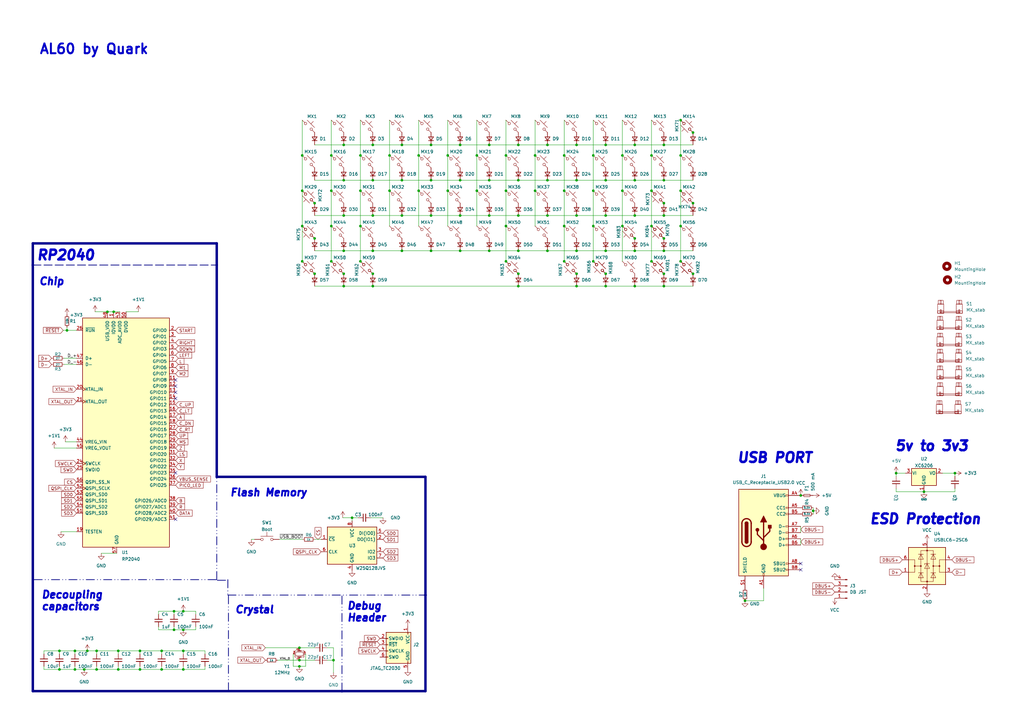
<source format=kicad_sch>
(kicad_sch (version 20230121) (generator eeschema)
  (paper "A3")
  (junction (at 195.58 78.232))
  (junction (at 176.784 73.914))
  (junction (at 272.288 88.392))
  (junction (at 255.27 92.71))
  (junction (at 147.828 63.754))
  (junction (at 260.35 88.392))
  (junction (at 44.069 127.889))
  (junction (at 176.784 59.436))
  (junction (at 284.226 83.312))
  (junction (at 159.766 63.754))
  (junction (at 24.384 274.574))
  (junction (at 391.668 194.056))
  (junction (at 236.474 117.348))
  (junction (at 267.208 78.232))
  (junction (at 200.66 59.436))
  (junction (at 224.536 59.436))
  (junction (at 328.422 203.2))
  (junction (at 212.598 117.348))
  (junction (at 75.184 258.318))
  (junction (at 188.722 88.392))
  (junction (at 267.208 63.754))
  (junction (at 159.766 78.232))
  (junction (at 236.474 112.268))
  (junction (at 272.288 59.436))
  (junction (at 224.536 102.87))
  (junction (at 129.032 112.268))
  (junction (at 272.288 112.268))
  (junction (at 88.9 195.58))
  (junction (at 188.722 73.914))
  (junction (at 272.288 117.348))
  (junction (at 260.35 102.87))
  (junction (at 267.208 107.188))
  (junction (at 284.226 112.268))
  (junction (at 248.412 117.348))
  (junction (at 248.412 88.392))
  (junction (at 248.412 73.914))
  (junction (at 129.032 83.312))
  (junction (at 284.226 54.356))
  (junction (at 243.332 78.232))
  (junction (at 248.412 59.436))
  (junction (at 255.27 78.232))
  (junction (at 144.399 212.344))
  (junction (at 164.846 59.436))
  (junction (at 152.908 102.87))
  (junction (at 123.952 78.232))
  (junction (at 123.952 63.754))
  (junction (at 39.624 266.954))
  (junction (at 152.908 112.268))
  (junction (at 231.394 78.232))
  (junction (at 200.66 102.87))
  (junction (at 243.332 107.188))
  (junction (at 135.89 78.232))
  (junction (at 135.89 63.754))
  (junction (at 34.544 274.574))
  (junction (at 147.828 78.232))
  (junction (at 66.294 266.954))
  (junction (at 88.9 108.712))
  (junction (at 171.704 78.232))
  (junction (at 260.35 97.79))
  (junction (at 236.474 102.87))
  (junction (at 279.146 107.188))
  (junction (at 140.255 283.464))
  (junction (at 224.536 73.914))
  (junction (at 231.394 92.71))
  (junction (at 212.598 112.268))
  (junction (at 272.288 83.312))
  (junction (at 122.809 265.684))
  (junction (at 260.35 59.436))
  (junction (at 207.518 78.232))
  (junction (at 248.412 102.87))
  (junction (at 183.642 63.754))
  (junction (at 279.146 63.754))
  (junction (at 219.456 78.232))
  (junction (at 48.514 274.574))
  (junction (at 236.474 88.392))
  (junction (at 140.97 73.914))
  (junction (at 212.598 59.436))
  (junction (at 183.642 78.232))
  (junction (at 147.828 107.188))
  (junction (at 66.294 274.574))
  (junction (at 136.779 270.764))
  (junction (at 30.734 266.954))
  (junction (at 367.538 194.056) (diameter 0.9144))
  (junction (at 164.846 73.914))
  (junction (at 75.184 266.954))
  (junction (at 123.952 92.71))
  (junction (at 260.35 117.348))
  (junction (at 333.502 209.5246))
  (junction (at 279.146 49.276))
  (junction (at 176.784 88.392))
  (junction (at 164.846 102.87))
  (junction (at 272.288 102.87))
  (junction (at 200.66 73.914))
  (junction (at 231.394 63.754))
  (junction (at 140.97 59.436))
  (junction (at 13.462 108.712))
  (junction (at 248.412 112.268))
  (junction (at 24.384 266.954))
  (junction (at 305.562 246.38))
  (junction (at 176.784 102.87))
  (junction (at 260.35 73.914))
  (junction (at 75.184 274.574))
  (junction (at 129.032 97.79))
  (junction (at 140.97 117.348))
  (junction (at 188.722 102.87))
  (junction (at 48.514 266.954))
  (junction (at 188.722 59.436))
  (junction (at 207.518 92.71))
  (junction (at 27.4762 135.509))
  (junction (at 140.97 102.87))
  (junction (at 255.27 63.754))
  (junction (at 200.66 88.392))
  (junction (at 236.474 73.914))
  (junction (at 207.518 107.188))
  (junction (at 212.598 88.392))
  (junction (at 212.598 73.914))
  (junction (at 152.908 117.348))
  (junction (at 35.814 266.954))
  (junction (at 135.89 107.188))
  (junction (at 152.908 73.914))
  (junction (at 243.332 92.71))
  (junction (at 212.598 102.87))
  (junction (at 272.288 97.79))
  (junction (at 123.952 107.188))
  (junction (at 279.146 78.232))
  (junction (at 152.908 88.392))
  (junction (at 171.704 63.754))
  (junction (at 243.332 63.754))
  (junction (at 164.846 88.392))
  (junction (at 147.828 92.71))
  (junction (at 71.374 250.698))
  (junction (at 236.474 59.436))
  (junction (at 135.89 92.71))
  (junction (at 231.394 107.188))
  (junction (at 122.809 273.304))
  (junction (at 57.404 274.574))
  (junction (at 267.208 92.71))
  (junction (at 30.734 274.574))
  (junction (at 195.58 63.754))
  (junction (at 122.809 270.764))
  (junction (at 140.97 88.392))
  (junction (at 207.518 63.754))
  (junction (at 39.624 274.574))
  (junction (at 224.536 88.392))
  (junction (at 46.609 127.889))
  (junction (at 75.184 250.698))
  (junction (at 272.288 73.914))
  (junction (at 71.374 258.318))
  (junction (at 279.146 92.71))
  (junction (at 174.498 244.0771))
  (junction (at 57.404 266.954))
  (junction (at 152.908 59.436))
  (junction (at 219.456 63.754))
  (junction (at 140.97 112.268))
  (junction (at 378.968 201.676) (diameter 0.9144))
  (no_connect (at 72.009 160.909))
  (no_connect (at 328.422 233.68))
  (no_connect (at 72.009 158.369))
  (no_connect (at 328.422 231.14))
  (no_connect (at 72.009 212.979))
  (no_connect (at 72.009 155.829))
  (no_connect (at 72.009 163.449))
  (no_connect (at 72.009 193.929))
  (wire (pts (xy 219.456 49.276) (xy 219.456 63.754)))
  (wire (pts (xy 129.159 265.684) (xy 122.809 265.684)))
  (wire (pts (xy 57.404 273.304) (xy 57.404 274.574)))
  (wire (pts (xy 66.294 266.954) (xy 75.184 266.954)))
  (wire (pts (xy 159.766 78.232) (xy 159.766 92.71)))
  (wire (pts (xy 231.394 92.71) (xy 231.394 107.188)))
  (bus (pts (xy 174.498 283.464) (xy 174.498 244.0771)) (stroke (width 1)))
  (wire (pts (xy 333.502 209.5246) (xy 333.502 208.28)))
  (wire (pts (xy 248.412 59.436) (xy 260.35 59.436)))
  (bus (pts (xy 174.498 244.0771) (xy 174.498 244.094)))
  (wire (pts (xy 48.514 274.574) (xy 48.514 273.304)))
  (wire (pts (xy 57.404 266.954) (xy 66.294 266.954)))
  (wire (pts (xy 207.518 78.232) (xy 207.518 92.71)))
  (wire (pts (xy 152.908 59.436) (xy 164.846 59.436)))
  (bus (pts (xy 93.6932 244.3311) (xy 93.6932 283.718)) (stroke (width 0) (type dash_dot_dot)))
  (wire (pts (xy 164.846 88.392) (xy 176.784 88.392)))
  (wire (pts (xy 122.809 270.764) (xy 113.919 270.764)))
  (wire (pts (xy 80.264 250.698) (xy 80.264 251.968)))
  (wire (pts (xy 24.384 274.574) (xy 30.734 274.574)))
  (wire (pts (xy 144.399 212.344) (xy 144.399 213.614)))
  (wire (pts (xy 71.374 258.318) (xy 75.184 258.318)))
  (wire (pts (xy 140.97 59.436) (xy 152.908 59.436)))
  (bus (pts (xy 93.4392 237.744) (xy 93.4392 244.0771)) (stroke (width 0) (type dash_dot_dot)))
  (wire (pts (xy 46.609 127.889) (xy 49.149 127.889)))
  (wire (pts (xy 140.97 117.348) (xy 152.908 117.348)))
  (wire (pts (xy 27.4762 134.239) (xy 27.4762 135.509)))
  (wire (pts (xy 333.502 210.82) (xy 333.502 209.5246)))
  (wire (pts (xy 129.159 221.234) (xy 131.699 221.234)))
  (wire (pts (xy 75.184 266.954) (xy 75.184 268.224)))
  (wire (pts (xy 272.288 59.436) (xy 284.226 59.436)))
  (wire (pts (xy 195.58 49.276) (xy 195.58 63.754)))
  (wire (pts (xy 152.908 117.348) (xy 212.598 117.348)))
  (wire (pts (xy 66.294 274.574) (xy 75.184 274.574)))
  (wire (pts (xy 159.766 63.754) (xy 159.766 78.232)))
  (wire (pts (xy 65.024 250.698) (xy 65.024 251.968)))
  (wire (pts (xy 267.208 78.232) (xy 267.208 92.71)))
  (wire (pts (xy 212.598 59.436) (xy 224.536 59.436)))
  (bus (pts (xy 89.154 237.998) (xy 93.6932 237.998)) (stroke (width 0) (type dash_dot_dot)))
  (wire (pts (xy 248.412 117.348) (xy 260.35 117.348)))
  (wire (pts (xy 80.264 258.318) (xy 80.264 257.048)))
  (wire (pts (xy 152.908 102.87) (xy 164.846 102.87)))
  (wire (pts (xy 195.58 63.754) (xy 195.58 78.232)))
  (wire (pts (xy 183.642 78.232) (xy 183.642 92.71)))
  (wire (pts (xy 200.66 102.87) (xy 212.598 102.87)))
  (wire (pts (xy 51.689 127.889) (xy 56.769 127.889)))
  (wire (pts (xy 140.97 88.392) (xy 152.908 88.392)))
  (wire (pts (xy 224.536 59.436) (xy 236.474 59.436)))
  (wire (pts (xy 123.952 92.71) (xy 123.952 107.188)))
  (wire (pts (xy 120.269 273.304) (xy 122.809 273.304)))
  (wire (pts (xy 236.474 117.348) (xy 248.412 117.348)))
  (wire (pts (xy 136.779 270.764) (xy 136.779 275.844)))
  (wire (pts (xy 200.66 73.914) (xy 212.598 73.914)))
  (wire (pts (xy 267.208 92.71) (xy 267.208 107.188)))
  (wire (pts (xy 135.89 92.71) (xy 135.89 107.188)))
  (bus (pts (xy 13.462 283.464) (xy 140.255 283.464)) (stroke (width 1)))
  (wire (pts (xy 236.474 88.392) (xy 248.412 88.392)))
  (wire (pts (xy 164.846 102.87) (xy 176.784 102.87)))
  (wire (pts (xy 140.97 73.914) (xy 152.908 73.914)))
  (wire (pts (xy 378.968 201.676) (xy 367.538 201.676)))
  (wire (pts (xy 378.968 201.676) (xy 391.668 201.676)))
  (bus (pts (xy 88.9 237.744) (xy 88.9 195.58)) (stroke (width 0) (type dash_dot_dot)))
  (wire (pts (xy 31.369 183.769) (xy 22.1996 183.769)))
  (bus (pts (xy 13.462 99.822) (xy 88.9 99.822)) (stroke (width 1)))
  (wire (pts (xy 255.27 78.232) (xy 255.27 92.71)))
  (wire (pts (xy 129.032 59.436) (xy 140.97 59.436)))
  (wire (pts (xy 24.384 273.304) (xy 24.384 274.574)))
  (wire (pts (xy 279.146 78.232) (xy 279.146 92.71)))
  (wire (pts (xy 260.35 88.392) (xy 272.288 88.392)))
  (wire (pts (xy 188.722 102.87) (xy 200.66 102.87)))
  (wire (pts (xy 18.034 273.304) (xy 18.034 274.574)))
  (wire (pts (xy 212.598 73.914) (xy 224.536 73.914)))
  (wire (pts (xy 35.814 266.954) (xy 39.624 266.954)))
  (wire (pts (xy 120.269 268.224) (xy 120.269 273.304)))
  (wire (pts (xy 236.474 73.914) (xy 248.412 73.914)))
  (wire (pts (xy 136.779 270.764) (xy 134.239 270.764)))
  (wire (pts (xy 123.952 49.276) (xy 123.952 63.754)))
  (wire (pts (xy 57.404 266.954) (xy 57.404 268.224)))
  (wire (pts (xy 171.704 49.276) (xy 171.704 63.754)))
  (wire (pts (xy 367.538 200.406) (xy 367.538 201.676)))
  (wire (pts (xy 367.538 194.056) (xy 371.348 194.056)))
  (wire (pts (xy 75.184 250.698) (xy 71.374 250.698)))
  (wire (pts (xy 367.538 194.056) (xy 367.538 195.326)))
  (wire (pts (xy 219.456 78.232) (xy 219.456 92.71)))
  (wire (pts (xy 30.734 266.954) (xy 24.384 266.954)))
  (wire (pts (xy 71.374 250.698) (xy 71.374 251.968)))
  (wire (pts (xy 25.9333 135.509) (xy 27.4762 135.509)))
  (wire (pts (xy 176.784 102.87) (xy 188.722 102.87)))
  (wire (pts (xy 231.394 63.754) (xy 231.394 78.232)))
  (wire (pts (xy 26.2382 146.939) (xy 31.369 146.939)))
  (wire (pts (xy 41.529 226.949) (xy 47.879 226.949)))
  (wire (pts (xy 75.184 258.318) (xy 80.264 258.318)))
  (wire (pts (xy 140.97 102.87) (xy 152.908 102.87)))
  (wire (pts (xy 236.474 102.87) (xy 248.412 102.87)))
  (wire (pts (xy 224.536 102.87) (xy 236.474 102.87)))
  (wire (pts (xy 188.722 59.436) (xy 200.66 59.436)))
  (wire (pts (xy 255.27 63.754) (xy 255.27 78.232)))
  (wire (pts (xy 75.184 250.698) (xy 80.264 250.698)))
  (wire (pts (xy 212.598 117.348) (xy 236.474 117.348)))
  (wire (pts (xy 25.019 218.059) (xy 31.369 218.059)))
  (wire (pts (xy 231.394 49.276) (xy 231.394 63.754)))
  (wire (pts (xy 48.514 266.954) (xy 48.514 268.224)))
  (wire (pts (xy 176.784 73.914) (xy 188.722 73.914)))
  (wire (pts (xy 207.518 92.71) (xy 207.518 107.188)))
  (wire (pts (xy 183.642 49.276) (xy 183.642 63.754)))
  (wire (pts (xy 200.66 88.392) (xy 212.598 88.392)))
  (wire (pts (xy 212.598 102.87) (xy 224.536 102.87)))
  (wire (pts (xy 75.184 274.574) (xy 84.074 274.574)))
  (wire (pts (xy 114.554 221.234) (xy 124.079 221.234)))
  (wire (pts (xy 129.032 117.348) (xy 140.97 117.348)))
  (bus (pts (xy 13.462 108.712) (xy 13.462 283.464)) (stroke (width 1)))
  (bus (pts (xy 88.9 108.712) (xy 88.9 195.58)) (stroke (width 1)))
  (wire (pts (xy 34.544 274.574) (xy 39.624 274.574)))
  (bus (pts (xy 140.255 283.464) (xy 174.498 283.464)) (stroke (width 1)))
  (bus (pts (xy 140.255 283.464) (xy 140.255 244.094)) (stroke (width 0) (type dash_dot_dot)))
  (bus (pts (xy 13.462 108.712) (xy 88.9 108.712)) (stroke (width 0) (type dash)))
  (wire (pts (xy 391.668 195.3006) (xy 391.668 194.056)))
  (wire (pts (xy 84.074 274.574) (xy 84.074 273.304)))
  (wire (pts (xy 39.624 266.954) (xy 48.514 266.954)))
  (wire (pts (xy 248.412 102.87) (xy 260.35 102.87)))
  (wire (pts (xy 30.734 274.574) (xy 34.544 274.574)))
  (wire (pts (xy 147.828 49.276) (xy 147.828 63.754)))
  (wire (pts (xy 48.514 274.574) (xy 57.404 274.574)))
  (wire (pts (xy 125.349 268.224) (xy 125.349 273.304)))
  (wire (pts (xy 260.35 102.87) (xy 272.288 102.87)))
  (wire (pts (xy 267.208 63.754) (xy 267.208 78.232)))
  (wire (pts (xy 103.124 221.234) (xy 104.394 221.234)))
  (wire (pts (xy 125.349 273.304) (xy 122.809 273.304)))
  (wire (pts (xy 135.89 78.232) (xy 135.89 92.71)))
  (wire (pts (xy 135.89 49.276) (xy 135.89 63.754)))
  (wire (pts (xy 30.734 266.954) (xy 30.734 268.224)))
  (wire (pts (xy 279.146 49.276) (xy 279.146 63.754)))
  (wire (pts (xy 66.294 266.954) (xy 66.294 268.224)))
  (wire (pts (xy 147.828 92.71) (xy 147.828 107.188)))
  (wire (pts (xy 123.952 78.232) (xy 123.952 92.71)))
  (wire (pts (xy 207.518 49.276) (xy 207.518 63.754)))
  (wire (pts (xy 164.846 73.914) (xy 176.784 73.914)))
  (wire (pts (xy 176.784 59.436) (xy 188.722 59.436)))
  (wire (pts (xy 152.908 73.914) (xy 164.846 73.914)))
  (wire (pts (xy 260.35 73.914) (xy 272.288 73.914)))
  (wire (pts (xy 313.182 246.38) (xy 305.562 246.38)))
  (bus (pts (xy 174.498 244.0771) (xy 174.498 195.58)) (stroke (width 1)))
  (wire (pts (xy 328.422 215.9) (xy 328.422 218.44)))
  (wire (pts (xy 129.159 270.764) (xy 122.809 270.764)))
  (wire (pts (xy 200.66 59.436) (xy 212.598 59.436)))
  (bus (pts (xy 13.462 99.822) (xy 13.462 108.712)) (stroke (width 1)))
  (wire (pts (xy 129.032 102.87) (xy 140.97 102.87)))
  (wire (pts (xy 84.074 266.954) (xy 84.074 268.224)))
  (wire (pts (xy 75.184 274.574) (xy 75.184 273.304)))
  (wire (pts (xy 39.624 274.574) (xy 39.624 273.304)))
  (wire (pts (xy 188.722 88.392) (xy 200.66 88.392)))
  (wire (pts (xy 108.839 265.684) (xy 122.809 265.684)))
  (wire (pts (xy 44.069 127.889) (xy 46.609 127.889)))
  (wire (pts (xy 136.779 265.684) (xy 136.779 270.764)))
  (wire (pts (xy 26.2382 149.479) (xy 31.369 149.479)))
  (wire (pts (xy 267.208 49.276) (xy 267.208 63.754)))
  (wire (pts (xy 212.598 88.392) (xy 224.536 88.392)))
  (wire (pts (xy 152.019 212.344) (xy 157.099 212.344)))
  (wire (pts (xy 26.8224 181.229) (xy 31.369 181.229)))
  (wire (pts (xy 279.146 63.754) (xy 279.146 78.232)))
  (wire (pts (xy 260.35 117.348) (xy 272.288 117.348)))
  (wire (pts (xy 71.374 250.698) (xy 65.024 250.698)))
  (wire (pts (xy 71.374 257.048) (xy 71.374 258.318)))
  (wire (pts (xy 65.024 257.048) (xy 65.024 258.318)))
  (wire (pts (xy 243.332 63.754) (xy 243.332 78.232)))
  (wire (pts (xy 176.784 88.392) (xy 188.722 88.392)))
  (wire (pts (xy 279.146 92.71) (xy 279.146 107.188)))
  (wire (pts (xy 123.952 63.754) (xy 123.952 78.232)))
  (wire (pts (xy 65.024 258.318) (xy 71.374 258.318)))
  (wire (pts (xy 38.989 127.889) (xy 44.069 127.889)))
  (wire (pts (xy 272.288 88.392) (xy 284.226 88.392)))
  (wire (pts (xy 313.182 241.3) (xy 313.182 246.38)))
  (wire (pts (xy 272.288 117.348) (xy 284.226 117.348)))
  (wire (pts (xy 328.422 220.98) (xy 328.422 223.52)))
  (wire (pts (xy 135.89 63.754) (xy 135.89 78.232)))
  (wire (pts (xy 236.474 59.436) (xy 248.412 59.436)))
  (wire (pts (xy 248.412 73.914) (xy 260.35 73.914)))
  (wire (pts (xy 134.239 265.684) (xy 136.779 265.684)))
  (bus (pts (xy 93.4392 244.0771) (xy 174.498 244.0771)) (stroke (width 0) (type dash_dot_dot)))
  (wire (pts (xy 219.456 63.754) (xy 219.456 78.232)))
  (wire (pts (xy 231.394 78.232) (xy 231.394 92.71)))
  (wire (pts (xy 255.27 92.71) (xy 255.27 107.188)))
  (wire (pts (xy 66.294 273.304) (xy 66.294 274.574)))
  (wire (pts (xy 391.668 200.3806) (xy 391.668 201.676)))
  (wire (pts (xy 272.288 73.914) (xy 284.226 73.914)))
  (wire (pts (xy 243.332 92.71) (xy 243.332 107.188)))
  (wire (pts (xy 75.184 266.954) (xy 84.074 266.954)))
  (wire (pts (xy 224.536 88.392) (xy 236.474 88.392)))
  (wire (pts (xy 386.588 194.056) (xy 391.668 194.056)))
  (wire (pts (xy 30.734 266.954) (xy 35.814 266.954)))
  (wire (pts (xy 147.828 78.232) (xy 147.828 92.71)))
  (wire (pts (xy 164.846 59.436) (xy 176.784 59.436)))
  (wire (pts (xy 255.27 49.276) (xy 255.27 63.754)))
  (wire (pts (xy 18.034 266.954) (xy 24.384 266.954)))
  (wire (pts (xy 57.404 274.574) (xy 66.294 274.574)))
  (wire (pts (xy 183.642 63.754) (xy 183.642 78.232)))
  (wire (pts (xy 152.908 88.392) (xy 164.846 88.392)))
  (wire (pts (xy 195.58 78.232) (xy 195.58 92.71)))
  (wire (pts (xy 27.4762 135.509) (xy 31.369 135.509)))
  (wire (pts (xy 39.624 274.574) (xy 48.514 274.574)))
  (wire (pts (xy 272.288 102.87) (xy 284.226 102.87)))
  (wire (pts (xy 243.332 49.276) (xy 243.332 63.754)))
  (wire (pts (xy 171.704 63.754) (xy 171.704 78.232)))
  (bus (pts (xy 88.9 195.58) (xy 174.498 195.58)) (stroke (width 1)))
  (wire (pts (xy 18.034 274.574) (xy 24.384 274.574)))
  (wire (pts (xy 188.722 73.914) (xy 200.66 73.914)))
  (bus (pts (xy 13.97 237.744) (xy 88.9 237.744)) (stroke (width 0) (type dash_dot_dot)))
  (wire (pts (xy 48.514 266.954) (xy 57.404 266.954)))
  (wire (pts (xy 171.704 78.232) (xy 171.704 92.71)))
  (wire (pts (xy 248.412 88.392) (xy 260.35 88.392)))
  (wire (pts (xy 129.032 88.392) (xy 140.97 88.392)))
  (wire (pts (xy 30.734 273.304) (xy 30.734 274.574)))
  (wire (pts (xy 39.624 266.954) (xy 39.624 268.224)))
  (wire (pts (xy 18.034 268.224) (xy 18.034 266.954)))
  (wire (pts (xy 144.399 212.344) (xy 146.939 212.344)))
  (wire (pts (xy 24.384 266.954) (xy 24.384 268.224)))
  (wire (pts (xy 224.536 73.914) (xy 236.474 73.914)))
  (wire (pts (xy 140.589 212.344) (xy 144.399 212.344)))
  (bus (pts (xy 88.9 99.822) (xy 88.9 108.712)) (stroke (width 1)))
  (wire (pts (xy 260.35 59.436) (xy 272.288 59.436)))
  (wire (pts (xy 129.032 73.914) (xy 140.97 73.914)))
  (wire (pts (xy 159.766 49.276) (xy 159.766 63.754)))
  (wire (pts (xy 243.332 78.232) (xy 243.332 92.71)))
  (wire (pts (xy 207.518 63.754) (xy 207.518 78.232)))
  (wire (pts (xy 147.828 63.754) (xy 147.828 78.232)))
  (text "RP2040" (at 14.732 107.188 0) (effects (font (size 4 4) (thickness 2) bold italic) (justify left bottom)))
  (text "Flash Memory" (at 94.107 203.962 0) (effects (font (size 3 3) (thickness 2) bold italic) (justify left bottom)))
  (text "Decoupling\ncapacitors" (at 16.764 250.698 0) (effects (font (size 3 3) (thickness 2) bold italic) (justify left bottom)))
  (text "Chip" (at 15.748 117.348 0) (effects (font (size 3 3) (thickness 2) bold italic) (justify left bottom)))
  (text "Debug\nHeader" (at 142.113 255.27 0) (effects (font (size 3 3) (thickness 2) bold italic) (justify left bottom)))
  (text "ESD Protection" (at 356.362 215.392 0) (effects (font (size 4 4) (thickness 2) bold italic) (justify left bottom)))
  (text "AL60 by Quark\n" (at 61.214 22.606 0) (effects (font (size 4 4) (thickness 0.8) bold) (justify right bottom)))
  (text "5v to 3v3" (at 366.776 185.42 0) (effects (font (size 4 4) (thickness 2) bold italic) (justify left bottom)))
  (text "USB PORT" (at 302.006 190.246 0) (effects (font (size 4 4) (thickness 2) bold italic) (justify left bottom)))
  (text "Crystal" (at 96.139 251.968 0) (effects (font (size 3 3) (thickness 2) bold italic) (justify left bottom)))
  (label "D_-" (at 27.559 149.479 0))
  (label "D_+" (at 27.559 146.939 0))
  (label "XTAL_O" (at 118.999 270.764 180) (effects (font (size 0.8 0.8))))
  (label "~{USB_BOOT}" (at 114.554 221.234 0))
  (global_label "XTAL_IN" (shape input) (at 31.369 159.639 180) (property "Intersheetrefs" "${INTERSHEET_REFS}" (effects hide)))
  (global_label "C_LT" (shape input) (at 72.009 168.529 0) (property "Intersheetrefs" "${INTERSHEET_REFS}" (effects hide)))
  (global_label "SD1" (shape input) (at 31.369 205.359 180) (property "Intersheetrefs" "${INTERSHEET_REFS}" (effects hide)))
  (global_label "LS" (shape input) (at 72.009 186.309 0) (property "Intersheetrefs" "${INTERSHEET_REFS}" (effects hide)))
  (global_label "M2" (shape input) (at 72.009 153.289 0) (property "Intersheetrefs" "${INTERSHEET_REFS}" (effects hide)))
  (global_label "A" (shape input) (at 72.009 171.069 0) (property "Intersheetrefs" "${INTERSHEET_REFS}" (effects hide)))
  (global_label "X" (shape input) (at 72.009 188.849 0) (property "Intersheetrefs" "${INTERSHEET_REFS}" (effects hide)))
  (global_label "B" (shape input) (at 72.009 205.359 0) (property "Intersheetrefs" "${INTERSHEET_REFS}" (effects hide)))
  (global_label "QSPI_CLK" (shape input) (at 131.699 226.314 180) (property "Intersheetrefs" "${INTERSHEET_REFS}" (effects hide)))
  (global_label "SWCLK" (shape input) (at 31.369 190.119 180) (property "Intersheetrefs" "${INTERSHEET_REFS}" (effects hide)))
  (global_label "L" (shape input) (at 72.009 148.209 0) (property "Intersheetrefs" "${INTERSHEET_REFS}" (effects hide)))
  (global_label "D-" (shape input) (at 390.398 234.696 0) (property "Intersheetrefs" "${INTERSHEET_REFS}" (effects hide)))
  (global_label "XTAL_OUT" (shape input) (at 31.369 164.719 180) (property "Intersheetrefs" "${INTERSHEET_REFS}" (effects hide)))
  (global_label "CS" (shape input) (at 130.429 221.234 90) (property "Intersheetrefs" "${INTERSHEET_REFS}" (effects hide)))
  (global_label "C_RT" (shape input) (at 72.009 176.149 0) (property "Intersheetrefs" "${INTERSHEET_REFS}" (effects hide)))
  (global_label "D+" (shape input) (at 370.078 234.696 180) (property "Intersheetrefs" "${INTERSHEET_REFS}" (effects hide)))
  (global_label "D+" (shape input) (at 21.1582 146.939 180) (property "Intersheetrefs" "${INTERSHEET_REFS}" (effects hide)))
  (global_label "UP" (shape input) (at 72.009 178.689 0) (property "Intersheetrefs" "${INTERSHEET_REFS}" (effects hide)))
  (global_label "XTAL_OUT" (shape input) (at 108.839 270.764 180) (property "Intersheetrefs" "${INTERSHEET_REFS}" (effects hide)))
  (global_label "DBUS-" (shape input) (at 390.398 229.616 0) (property "Intersheetrefs" "${INTERSHEET_REFS}" (effects hide)))
  (global_label "C_DN" (shape input) (at 72.009 173.609 0) (property "Intersheetrefs" "${INTERSHEET_REFS}" (effects hide)))
  (global_label "SWD" (shape input) (at 155.829 261.874 180) (property "Intersheetrefs" "${INTERSHEET_REFS}" (effects hide)))
  (global_label "Y" (shape input) (at 72.009 191.389 0) (property "Intersheetrefs" "${INTERSHEET_REFS}" (effects hide)))
  (global_label "DBUS+" (shape input) (at 342.392 240.284 180) (property "Intersheetrefs" "${INTERSHEET_REFS}" (effects hide)))
  (global_label "XTAL_IN" (shape input) (at 108.839 265.684 180) (property "Intersheetrefs" "${INTERSHEET_REFS}" (effects hide)))
  (global_label "D-" (shape input) (at 21.1582 149.479 180) (property "Intersheetrefs" "${INTERSHEET_REFS}" (effects hide)))
  (global_label "SWD" (shape input) (at 31.369 192.659 180) (property "Intersheetrefs" "${INTERSHEET_REFS}" (effects hide)))
  (global_label "LEFT" (shape input) (at 72.009 145.669 0) (property "Intersheetrefs" "${INTERSHEET_REFS}" (effects hide)))
  (global_label "DATA" (shape input) (at 72.009 210.439 0) (property "Intersheetrefs" "${INTERSHEET_REFS}" (effects hide)))
  (global_label "MS" (shape input) (at 72.009 181.229 0) (property "Intersheetrefs" "${INTERSHEET_REFS}" (effects hide)))
  (global_label "START" (shape input) (at 72.009 135.509 0) (property "Intersheetrefs" "${INTERSHEET_REFS}" (effects hide)))
  (global_label "~{RESET}" (shape input) (at 25.9333 135.509 180) (property "Intersheetrefs" "${INTERSHEET_REFS}" (effects hide)))
  (global_label "Z" (shape input) (at 72.009 183.769 0) (property "Intersheetrefs" "${INTERSHEET_REFS}" (effects hide)))
  (global_label "PICO_LED" (shape input) (at 72.009 199.009 0) (property "Intersheetrefs" "${INTERSHEET_REFS}" (effects hide)))
  (global_label "SD0" (shape input) (at 31.369 202.819 180) (property "Intersheetrefs" "${INTERSHEET_REFS}" (effects hide)))
  (global_label "DBUS-" (shape input) (at 342.392 242.824 180) (property "Intersheetrefs" "${INTERSHEET_REFS}" (effects hide)))
  (global_label "SD1" (shape input) (at 157.099 221.234 0) (property "Intersheetrefs" "${INTERSHEET_REFS}" (effects hide)))
  (global_label "CS" (shape input) (at 31.369 197.739 180) (property "Intersheetrefs" "${INTERSHEET_REFS}" (effects hide)))
  (global_label "VBUS_SENSE" (shape input) (at 72.009 196.469 0) (property "Intersheetrefs" "${INTERSHEET_REFS}" (effects hide)))
  (global_label "DOWN" (shape input) (at 72.009 143.129 0) (property "Intersheetrefs" "${INTERSHEET_REFS}" (effects hide)))
  (global_label "R" (shape input) (at 72.009 207.899 0) (property "Intersheetrefs" "${INTERSHEET_REFS}" (effects hide)))
  (global_label "SD2" (shape input) (at 157.099 226.314 0) (property "Intersheetrefs" "${INTERSHEET_REFS}" (effects hide)))
  (global_label "DBUS+" (shape input) (at 370.078 229.616 180) (property "Intersheetrefs" "${INTERSHEET_REFS}" (effects hide)))
  (global_label "SD2" (shape input) (at 31.369 207.899 180) (property "Intersheetrefs" "${INTERSHEET_REFS}" (effects hide)))
  (global_label "SWCLK" (shape input) (at 155.829 266.954 180) (property "Intersheetrefs" "${INTERSHEET_REFS}" (effects hide)))
  (global_label "QSPI_CLK" (shape input) (at 31.369 200.279 180) (property "Intersheetrefs" "${INTERSHEET_REFS}" (effects hide)))
  (global_label "SD0" (shape input) (at 157.099 218.694 0) (property "Intersheetrefs" "${INTERSHEET_REFS}" (effects hide)))
  (global_label "DBUS+" (shape input) (at 328.422 222.25 0) (property "Intersheetrefs" "${INTERSHEET_REFS}" (effects hide)))
  (global_label "C_UP" (shape input) (at 72.009 165.989 0) (property "Intersheetrefs" "${INTERSHEET_REFS}" (effects hide)))
  (global_label "~{RESET}" (shape input) (at 155.829 264.414 180) (property "Intersheetrefs" "${INTERSHEET_REFS}" (effects hide)))
  (global_label "DBUS-" (shape input) (at 328.422 217.17 0) (property "Intersheetrefs" "${INTERSHEET_REFS}" (effects hide)))
  (global_label "M1" (shape input) (at 72.009 150.749 0) (property "Intersheetrefs" "${INTERSHEET_REFS}" (effects hide)))
  (global_label "RIGHT" (shape input) (at 72.009 140.589 0) (property "Intersheetrefs" "${INTERSHEET_REFS}" (effects hide)))
  (global_label "SD3" (shape input) (at 31.369 210.439 180) (property "Intersheetrefs" "${INTERSHEET_REFS}" (effects hide)))
  (global_label "SD3" (shape input) (at 157.099 228.854 0) (property "Intersheetrefs" "${INTERSHEET_REFS}" (effects hide)))
  (symbol (lib_id "Device:C_Small") (at 57.404 270.764 0) (unit 1)
    (property "Reference" "C13" (at 58.674 268.2239 0) (effects (justify left)))
    (property "Value" "100nF" (at 58.674 273.3039 0) (effects (justify left)))
    (property "Footprint" "Capacitor_SMD:C_0402_1005Metric" (effects hide))
    (property "LCSC" "C1525" (effects hide))
  )
  (symbol (lib_id "Device:D_Small") (at 188.722 71.374 90) (unit 1)
    (property "Reference" "D20" (at 190.754 71.374 90) (effects (justify right)))
    (property "Value" "1N4148" (effects hide))
    (property "Footprint" "qw-footprints:CUSTOM D_SOD-123" (effects hide))
    (property "Sim.Device" "D" (effects hide))
    (property "Sim.Pins" "1=K 2=A" (effects hide))
  )
  (symbol (lib_id "PCM_marbastlib-mx:MX_stab") (at 389.382 159.766 0) (unit 1)
    (property "Reference" "S6" (at 395.986 158.369 0) (effects (justify left)))
    (property "Value" "MX_stab" (at 395.986 160.909 0) (effects (justify left)))
    (property "Footprint" "PCM_marbastlib-mx:STAB_MX_2.75u" (effects hide))
  )
  (symbol (lib_id "Device:D_Small") (at 260.35 85.852 90) (unit 1)
    (property "Reference" "D40" (at 262.382 85.852 90) (effects (justify right)))
    (property "Value" "1N4148" (effects hide))
    (property "Footprint" "qw-footprints:CUSTOM D_SOD-123" (effects hide))
    (property "Sim.Device" "D" (effects hide))
    (property "Sim.Pins" "1=K 2=A" (effects hide))
  )
  (symbol (lib_id "Device:C_Small") (at 71.374 254.508 0) (unit 1)
    (property "Reference" "C5" (at 72.644 251.9679 0) (effects (justify left)))
    (property "Value" "100nF" (at 72.644 257.0479 0) (effects (justify left)))
    (property "Footprint" "Capacitor_SMD:C_0402_1005Metric" (effects hide))
    (property "LCSC" "C1525" (effects hide))
  )
  (symbol (lib_id "Device:C_Small") (at 39.624 270.764 0) (unit 1)
    (property "Reference" "C11" (at 40.894 268.2239 0) (effects (justify left)))
    (property "Value" "100nF" (at 40.894 273.3039 0) (effects (justify left)))
    (property "Footprint" "Capacitor_SMD:C_0402_1005Metric" (effects hide))
    (property "LCSC" "C1525" (effects hide))
  )
  (symbol (lib_id "PCM_marbastlib-mx:MX_SW_solder") (at 257.81 109.728 270) (mirror x) (unit 1)
    (property "Reference" "MX80" (at 261.366 105.664 90) (effects (justify right)))
    (property "Value" "MX_SW_solder" (effects hide))
    (property "Footprint" "PCM_marbastlib-xp-alps:SW_Alps_MX_1u" (effects hide))
  )
  (symbol (lib_id "Device:D_Small") (at 212.598 100.33 90) (unit 1)
    (property "Reference" "D50" (at 214.63 100.33 90) (effects (justify right)))
    (property "Value" "1N4148" (effects hide))
    (property "Footprint" "qw-footprints:CUSTOM D_SOD-123" (effects hide))
    (property "Sim.Device" "D" (effects hide))
    (property "Sim.Pins" "1=K 2=A" (effects hide))
  )
  (symbol (lib_id "Device:D_Small") (at 140.97 100.33 90) (unit 1)
    (property "Reference" "D44" (at 143.002 100.33 90) (effects (justify right)))
    (property "Value" "1N4148" (effects hide))
    (property "Footprint" "qw-footprints:CUSTOM D_SOD-123" (effects hide))
    (property "Sim.Device" "D" (effects hide))
    (property "Sim.Pins" "1=K 2=A" (effects hide))
  )
  (symbol (lib_id "power:+3V3") (at 140.589 212.344 0) (unit 1)
    (property "Reference" "#PWR010" (effects hide))
    (property "Value" "+3V3" (at 136.779 212.344 0))
  )
  (symbol (lib_id "PCM_marbastlib-mx:MX_SW_solder") (at 281.686 51.816 90) (mirror x) (unit 1)
    (property "Reference" "MX71" (at 277.622 54.102 0) (effects (justify right)))
    (property "Value" "MX_SW_solder" (effects hide))
    (property "Footprint" "PCM_marbastlib-xp-alps:SW_Alps_MX_1u" (effects hide))
  )
  (symbol (lib_id "PCM_marbastlib-mx:MX_SW_solder") (at 186.182 95.25 270) (mirror x) (unit 1)
    (property "Reference" "MX48" (at 189.738 91.186 90) (effects (justify right)))
    (property "Value" "MX_SW_solder" (effects hide))
    (property "Footprint" "PCM_marbastlib-xp-alps:SW_Alps_MX_1u" (effects hide))
  )
  (symbol (lib_id "Device:R_Small") (at 330.962 208.28 90) (unit 1)
    (property "Reference" "R4" (at 330.962 207.2131 0) (effects (justify left)))
    (property "Value" "5.1k" (at 332.2828 208.1784 90) (effects (font (size 0.8 0.8)) (justify left)))
    (property "Footprint" "Resistor_SMD:R_0402_1005Metric" (effects hide))
    (property "LCSC" "C25744" (effects hide))
  )
  (symbol (lib_id "PCM_marbastlib-mx:MX_stab") (at 389.382 152.908 0) (unit 1)
    (property "Reference" "S5" (at 395.986 151.511 0) (effects (justify left)))
    (property "Value" "MX_stab" (at 395.986 154.051 0) (effects (justify left)))
    (property "Footprint" "PCM_marbastlib-mx:STAB_MX_ISO" (effects hide))
  )
  (symbol (lib_id "PCM_marbastlib-mx:MX_SW_solder") (at 174.244 51.816 270) (mirror x) (unit 1)
    (property "Reference" "MX5" (at 177.8 47.752 90) (effects (justify right)))
    (property "Value" "MX_SW_solder" (effects hide))
    (property "Footprint" "PCM_marbastlib-xp-alps:SW_Alps_MX_1u" (effects hide))
  )
  (symbol (lib_id "Regulator_Linear:XC6206PxxxMR") (at 378.968 194.056 0) (unit 1)
    (property "Reference" "U2" (at 378.968 188.1845 0))
    (property "Value" "XC6206" (at 378.968 190.9596 0))
    (property "Footprint" "Package_TO_SOT_SMD:SOT-23" (effects hide))
    (property "Datasheet" "https://www.torexsemi.com/file/xc6206/XC6206.pdf" (effects hide))
    (property "LCSC" "C5446" (effects hide))
  )
  (symbol (lib_id "Device:C_Small") (at 24.384 270.764 0) (unit 1)
    (property "Reference" "C9" (at 25.654 268.2239 0) (effects (justify left)))
    (property "Value" "1uF" (at 25.654 273.3039 0) (effects (justify left)))
    (property "Footprint" "Capacitor_SMD:C_0402_1005Metric" (effects hide))
    (property "LCSC" "C52923" (effects hide))
  )
  (symbol (lib_id "Device:R_Small") (at 305.562 243.84 180) (unit 1)
    (property "Reference" "R7" (at 304.0126 243.84 90))
    (property "Value" "1M" (at 305.6636 243.84 90) (effects (font (size 0.8 0.8))))
    (property "Footprint" "Resistor_SMD:R_0402_1005Metric" (effects hide))
    (property "LCSC" "C22935" (effects hide))
  )
  (symbol (lib_id "power:+3.3V") (at 391.668 194.056 270) (unit 1)
    (property "Reference" "#PWR07" (effects hide))
    (property "Value" "+3.3V" (at 395.3002 194.0559 90) (effects (justify left)))
  )
  (symbol (lib_id "Device:D_Small") (at 248.412 56.896 90) (unit 1)
    (property "Reference" "D11" (at 250.444 56.896 90) (effects (justify right)))
    (property "Value" "1N4148" (effects hide))
    (property "Footprint" "qw-footprints:CUSTOM D_SOD-123" (effects hide))
    (property "Sim.Device" "D" (effects hide))
    (property "Sim.Pins" "1=K 2=A" (effects hide))
  )
  (symbol (lib_id "Device:D_Small") (at 176.784 71.374 90) (unit 1)
    (property "Reference" "D19" (at 178.816 71.374 90) (effects (justify right)))
    (property "Value" "1N4148" (effects hide))
    (property "Footprint" "qw-footprints:CUSTOM D_SOD-123" (effects hide))
    (property "Sim.Device" "D" (effects hide))
    (property "Sim.Pins" "1=K 2=A" (effects hide))
  )
  (symbol (lib_id "Device:C_Small") (at 131.699 270.764 270) (mirror x) (unit 1)
    (property "Reference" "C17" (at 134.239 269.494 90))
    (property "Value" "22pF" (at 128.524 269.494 90))
    (property "Footprint" "Capacitor_SMD:C_0402_1005Metric" (effects hide))
    (property "LCSC" "C1555" (effects hide))
  )
  (symbol (lib_id "Device:D_Small") (at 152.908 71.374 90) (unit 1)
    (property "Reference" "D17" (at 154.94 71.374 90) (effects (justify right)))
    (property "Value" "1N4148" (effects hide))
    (property "Footprint" "qw-footprints:CUSTOM D_SOD-123" (effects hide))
    (property "Sim.Device" "D" (effects hide))
    (property "Sim.Pins" "1=K 2=A" (effects hide))
  )
  (symbol (lib_id "PCM_marbastlib-mx:MX_SW_solder") (at 138.43 109.728 270) (mirror x) (unit 1)
    (property "Reference" "MX58" (at 141.986 105.664 90) (effects (justify right)))
    (property "Value" "MX_SW_solder" (effects hide))
    (property "Footprint" "PCM_marbastlib-xp-alps:SW_Alps_MX_1.25u" (effects hide))
  )
  (symbol (lib_id "Device:D_Small") (at 272.288 114.808 90) (unit 1)
    (property "Reference" "D69" (at 274.32 114.808 90) (effects (justify right)))
    (property "Value" "1N4148" (effects hide))
    (property "Footprint" "qw-footprints:CUSTOM D_SOD-123" (effects hide))
    (property "Sim.Device" "D" (effects hide))
    (property "Sim.Pins" "1=K 2=A" (effects hide))
  )
  (symbol (lib_id "Device:D_Small") (at 260.35 100.33 90) (unit 1)
    (property "Reference" "D54" (at 262.382 100.33 90) (effects (justify right)))
    (property "Value" "1N4148" (effects hide))
    (property "Footprint" "qw-footprints:CUSTOM D_SOD-123" (effects hide))
    (property "Sim.Device" "D" (effects hide))
    (property "Sim.Pins" "1=K 2=A" (effects hide))
  )
  (symbol (lib_id "power:+1V1") (at 75.184 250.698 0) (unit 1)
    (property "Reference" "#PWR020" (effects hide))
    (property "Value" "+1V1" (at 75.184 245.618 0))
  )
  (symbol (lib_id "PCM_marbastlib-mx:MX_SW_solder") (at 138.43 51.816 270) (mirror x) (unit 1)
    (property "Reference" "MX2" (at 141.986 47.752 90) (effects (justify right)))
    (property "Value" "MX_SW_solder" (effects hide))
    (property "Footprint" "PCM_marbastlib-xp-alps:SW_Alps_MX_1u" (effects hide))
  )
  (symbol (lib_id "power:VCC") (at 342.392 245.364 180) (unit 1)
    (property "Reference" "#PWR029" (effects hide))
    (property "Value" "VCC" (at 342.392 250.19 0))
  )
  (symbol (lib_id "Device:D_Small") (at 140.97 71.374 90) (unit 1)
    (property "Reference" "D16" (at 143.002 71.374 90) (effects (justify right)))
    (property "Value" "1N4148" (effects hide))
    (property "Footprint" "qw-footprints:CUSTOM D_SOD-123" (effects hide))
    (property "Sim.Device" "D" (effects hide))
    (property "Sim.Pins" "1=K 2=A" (effects hide))
  )
  (symbol (lib_id "Device:D_Small") (at 236.474 85.852 90) (unit 1)
    (property "Reference" "D38" (at 238.506 85.852 90) (effects (justify right)))
    (property "Value" "1N4148" (effects hide))
    (property "Footprint" "qw-footprints:CUSTOM D_SOD-123" (effects hide))
    (property "Sim.Device" "D" (effects hide))
    (property "Sim.Pins" "1=K 2=A" (effects hide))
  )
  (symbol (lib_id "power:+1V1") (at 56.769 127.889 0) (unit 1)
    (property "Reference" "#PWR02" (effects hide))
    (property "Value" "+1V1" (at 56.769 122.809 0))
  )
  (symbol (lib_id "Device:R_Small") (at 330.962 210.82 270) (unit 1)
    (property "Reference" "R5" (at 330.962 211.8869 0) (effects (justify left)))
    (property "Value" "5.1k" (at 329.6412 210.7184 90) (effects (font (size 0.8 0.8)) (justify left)))
    (property "Footprint" "Resistor_SMD:R_0402_1005Metric" (effects hide))
    (property "LCSC" "C25744" (effects hide))
  )
  (symbol (lib_id "Device:R_Small") (at 126.619 221.234 90) (unit 1)
    (property "Reference" "R6" (at 126.6148 219.442 90))
    (property "Value" "1k" (at 126.6162 221.3149 90) (effects (font (size 0.8 0.8))))
    (property "Footprint" "Resistor_SMD:R_0402_1005Metric" (effects hide))
    (property "LCSC" "C11702" (effects hide))
  )
  (symbol (lib_id "power:GND") (at 167.259 274.574 0) (unit 1)
    (property "Reference" "#PWR026" (effects hide))
    (property "Value" "GND" (at 167.259 279.654 0))
  )
  (symbol (lib_id "power:GND") (at 380.238 242.316 0) (unit 1)
    (property "Reference" "#PWR018" (effects hide))
    (property "Value" "GND" (at 380.238 246.8785 0))
  )
  (symbol (lib_id "PCM_marbastlib-mx:MX_SW_solder") (at 281.686 109.728 180) (unit 1)
    (property "Reference" "MX78" (at 277.622 113.284 90) (effects (justify right)))
    (property "Value" "MX_SW_solder" (effects hide))
    (property "Footprint" "PCM_marbastlib-xp-alps:SW_Alps_MX_1.5u" (effects hide))
  )
  (symbol (lib_id "power:GND") (at 25.019 218.059 0) (unit 1)
    (property "Reference" "#PWR013" (effects hide))
    (property "Value" "GND" (at 25.019 223.139 0))
  )
  (symbol (lib_id "PCM_marbastlib-mx:MX_stab") (at 389.636 125.984 0) (unit 1)
    (property "Reference" "S1" (at 396.24 124.587 0) (effects (justify left)))
    (property "Value" "MX_stab" (at 396.24 127.127 0) (effects (justify left)))
    (property "Footprint" "PCM_marbastlib-mx:STAB_MX_6.25u" (effects hide))
  )
  (symbol (lib_id "PCM_marbastlib-mx:MX_SW_solder") (at 198.12 95.25 270) (mirror x) (unit 1)
    (property "Reference" "MX49" (at 201.676 91.186 90) (effects (justify right)))
    (property "Value" "MX_SW_solder" (effects hide))
    (property "Footprint" "PCM_marbastlib-xp-alps:SW_Alps_MX_1u" (effects hide))
  )
  (symbol (lib_id "power:GND") (at 122.809 273.304 0) (mirror y) (unit 1)
    (property "Reference" "#PWR024" (effects hide))
    (property "Value" "GND" (at 122.809 278.384 0))
  )
  (symbol (lib_id "Device:D_Small") (at 260.35 56.896 90) (unit 1)
    (property "Reference" "D12" (at 262.382 56.896 90) (effects (justify right)))
    (property "Value" "1N4148" (effects hide))
    (property "Footprint" "qw-footprints:CUSTOM D_SOD-123" (effects hide))
    (property "Sim.Device" "D" (effects hide))
    (property "Sim.Pins" "1=K 2=A" (effects hide))
  )
  (symbol (lib_id "Device:D_Small") (at 248.412 71.374 90) (unit 1)
    (property "Reference" "D25" (at 250.444 71.374 90) (effects (justify right)))
    (property "Value" "1N4148" (effects hide))
    (property "Footprint" "qw-footprints:CUSTOM D_SOD-123" (effects hide))
    (property "Sim.Device" "D" (effects hide))
    (property "Sim.Pins" "1=K 2=A" (effects hide))
  )
  (symbol (lib_id "PCM_marbastlib-mx:MX_SW_solder") (at 233.934 51.816 270) (mirror x) (unit 1)
    (property "Reference" "MX10" (at 237.49 47.752 90) (effects (justify right)))
    (property "Value" "MX_SW_solder" (effects hide))
    (property "Footprint" "PCM_marbastlib-xp-alps:SW_Alps_MX_1u" (effects hide))
  )
  (symbol (lib_id "PCM_marbastlib-mx:MX_SW_solder") (at 269.748 80.772 270) (mirror x) (unit 1)
    (property "Reference" "MX41" (at 273.304 76.708 90) (effects (justify right)))
    (property "Value" "MX_SW_solder" (effects hide))
    (property "Footprint" "PCM_marbastlib-xp-alps:SW_Alps_MX_1u" (effects hide))
  )
  (symbol (lib_id "PCM_marbastlib-mx:MX_SW_solder") (at 245.872 80.772 270) (mirror x) (unit 1)
    (property "Reference" "MX39" (at 249.428 76.708 90) (effects (justify right)))
    (property "Value" "MX_SW_solder" (effects hide))
    (property "Footprint" "PCM_marbastlib-xp-alps:SW_Alps_MX_1u" (effects hide))
  )
  (symbol (lib_id "Device:R_Small") (at 111.379 270.764 270) (mirror x) (unit 1)
    (property "Reference" "R8" (at 111.379 268.224 90))
    (property "Value" "1k" (at 111.379 270.8589 90) (effects (font (size 0.8 0.8))))
    (property "Footprint" "Resistor_SMD:R_0603_1608Metric" (effects hide))
    (property "LCSC" "C11702" (effects hide))
  )
  (symbol (lib_id "Sleep-lib:RP2040") (at 51.689 178.689 0) (unit 1)
    (property "Reference" "U1" (at 49.8984 226.5585 0) (effects (justify left)))
    (property "Value" "RP2040" (at 49.8984 229.3336 0) (effects (justify left)))
    (property "Footprint" "footprints:RP2040-QFN-56" (effects hide))
    (property "Datasheet" "https://datasheets.raspberrypi.com/rp2040/rp2040-datasheet.pdf" (effects hide))
    (property "LCSC" "C2040" (effects hide))
  )
  (symbol (lib_id "Device:D_Small") (at 248.412 85.852 90) (unit 1)
    (property "Reference" "D39" (at 250.444 85.852 90) (effects (justify right)))
    (property "Value" "1N4148" (effects hide))
    (property "Footprint" "qw-footprints:CUSTOM D_SOD-123" (effects hide))
    (property "Sim.Device" "D" (effects hide))
    (property "Sim.Pins" "1=K 2=A" (effects hide))
  )
  (symbol (lib_id "power:+3V3") (at 26.8224 181.229 0) (unit 1)
    (property "Reference" "#PWR04" (effects hide))
    (property "Value" "+3V3" (at 26.8224 176.149 0))
  )
  (symbol (lib_id "Device:D_Small") (at 272.288 85.852 90) (unit 1)
    (property "Reference" "D41" (at 274.32 85.852 90) (effects (justify right)))
    (property "Value" "1N4148" (effects hide))
    (property "Footprint" "qw-footprints:CUSTOM D_SOD-123" (effects hide))
    (property "Sim.Device" "D" (effects hide))
    (property "Sim.Pins" "1=K 2=A" (effects hide))
  )
  (symbol (lib_id "PCM_marbastlib-mx:MX_SW_solder") (at 257.81 66.294 270) (mirror x) (unit 1)
    (property "Reference" "MX26" (at 261.366 62.23 90) (effects (justify right)))
    (property "Value" "MX_SW_solder" (effects hide))
    (property "Footprint" "PCM_marbastlib-xp-alps:SW_Alps_MX_1u" (effects hide))
  )
  (symbol (lib_id "Device:R_Small") (at 23.6982 149.479 90) (unit 1)
    (property "Reference" "R3" (at 23.6982 151.3586 90))
    (property "Value" "27" (at 23.6982 149.5806 90) (effects (font (size 0.8 0.8))))
    (property "Footprint" "Resistor_SMD:R_0402_1005Metric" (effects hide))
    (property "LCSC" "C25190" (effects hide))
  )
  (symbol (lib_id "Device:D_Small") (at 224.536 71.374 90) (unit 1)
    (property "Reference" "D23" (at 226.568 71.374 90) (effects (justify right)))
    (property "Value" "1N4148" (effects hide))
    (property "Footprint" "qw-footprints:CUSTOM D_SOD-123" (effects hide))
    (property "Sim.Device" "D" (effects hide))
    (property "Sim.Pins" "1=K 2=A" (effects hide))
  )
  (symbol (lib_id "Device:D_Small") (at 152.908 85.852 90) (unit 1)
    (property "Reference" "D31" (at 154.94 85.852 90) (effects (justify right)))
    (property "Value" "1N4148" (effects hide))
    (property "Footprint" "qw-footprints:CUSTOM D_SOD-123" (effects hide))
    (property "Sim.Device" "D" (effects hide))
    (property "Sim.Pins" "1=K 2=A" (effects hide))
  )
  (symbol (lib_id "Device:D_Small") (at 188.722 85.852 90) (unit 1)
    (property "Reference" "D34" (at 190.754 85.852 90) (effects (justify right)))
    (property "Value" "1N4148" (effects hide))
    (property "Footprint" "qw-footprints:CUSTOM D_SOD-123" (effects hide))
    (property "Sim.Device" "D" (effects hide))
    (property "Sim.Pins" "1=K 2=A" (effects hide))
  )
  (symbol (lib_id "PCM_marbastlib-mx:MX_SW_solder") (at 221.996 95.25 270) (mirror x) (unit 1)
    (property "Reference" "MX51" (at 225.552 91.186 90) (effects (justify right)))
    (property "Value" "MX_SW_solder" (effects hide))
    (property "Footprint" "PCM_marbastlib-xp-alps:SW_Alps_MX_1u" (effects hide))
  )
  (symbol (lib_id "PCM_marbastlib-mx:MX_SW_solder") (at 138.43 66.294 270) (mirror x) (unit 1)
    (property "Reference" "MX16" (at 141.986 62.23 90) (effects (justify right)))
    (property "Value" "MX_SW_solder" (effects hide))
    (property "Footprint" "PCM_marbastlib-xp-alps:SW_Alps_MX_1u" (effects hide))
  )
  (symbol (lib_id "PCM_marbastlib-mx:MX_SW_solder") (at 269.748 95.25 0) (unit 1)
    (property "Reference" "MX76" (at 273.812 91.694 90) (effects (justify right)))
    (property "Value" "MX_SW_solder" (effects hide))
    (property "Footprint" "PCM_marbastlib-xp-alps:SW_Alps_MX_1u" (effects hide))
  )
  (symbol (lib_id "PCM_marbastlib-mx:MX_SW_solder") (at 210.058 51.816 270) (mirror x) (unit 1)
    (property "Reference" "MX8" (at 213.614 47.752 90) (effects (justify right)))
    (property "Value" "MX_SW_solder" (effects hide))
    (property "Footprint" "PCM_marbastlib-xp-alps:SW_Alps_MX_1u" (effects hide))
  )
  (symbol (lib_id "Device:D_Small") (at 284.226 56.896 90) (unit 1)
    (property "Reference" "D14" (at 286.258 56.896 90) (effects (justify right)))
    (property "Value" "1N4148" (effects hide))
    (property "Footprint" "qw-footprints:CUSTOM D_SOD-123" (effects hide))
    (property "Sim.Device" "D" (effects hide))
    (property "Sim.Pins" "1=K 2=A" (effects hide))
  )
  (symbol (lib_id "PCM_marbastlib-mx:MX_SW_solder") (at 126.492 95.25 180) (unit 1)
    (property "Reference" "MX75" (at 122.428 98.806 90) (effects (justify right)))
    (property "Value" "MX_SW_solder" (effects hide))
    (property "Footprint" "PCM_marbastlib-xp-alps:SW_Alps_MX_1u" (effects hide))
  )
  (symbol (lib_id "PCM_marbastlib-mx:MX_SW_solder") (at 210.058 109.728 180) (unit 1)
    (property "Reference" "MX63" (at 205.994 113.284 90) (effects (justify right)))
    (property "Value" "MX_SW_solder" (effects hide))
    (property "Footprint" "PCM_marbastlib-xp-alps:SW_Alps_MX_1u" (effects hide))
  )
  (symbol (lib_id "Connector:USB_C_Receptacle_USB2.0") (at 313.182 218.44 0) (unit 1)
    (property "Reference" "J1" (at 313.182 195.326 0))
    (property "Value" "USB_C_Receptacle_USB2.0" (at 313.182 197.866 0))
    (property "Footprint" "PCM_marbastlib-various:USB_C_Receptacle_HRO_TYPE-C-31-M-12" (effects hide))
    (property "Datasheet" "https://www.usb.org/sites/default/files/documents/usb_type-c.zip" (effects hide))
  )
  (symbol (lib_id "PCM_marbastlib-mx:MX_SW_solder") (at 233.934 66.294 270) (mirror x) (unit 1)
    (property "Reference" "MX24" (at 237.49 62.23 90) (effects (justify right)))
    (property "Value" "MX_SW_solder" (effects hide))
    (property "Footprint" "PCM_marbastlib-xp-alps:SW_Alps_MX_1u" (effects hide))
  )
  (symbol (lib_id "Mechanical:MountingHole") (at 388.62 114.808 0) (unit 1)
    (property "Reference" "H2" (at 391.414 113.538 0) (effects (justify left)))
    (property "Value" "MountingHole" (at 391.414 116.078 0) (effects (justify left)))
    (property "Footprint" "qw-outlines:GH60" (effects hide))
  )
  (symbol (lib_id "Device:C_Small") (at 75.184 270.764 0) (unit 1)
    (property "Reference" "C15" (at 76.454 268.2239 0) (effects (justify left)))
    (property "Value" "100nF" (at 76.454 273.3039 0) (effects (justify left)))
    (property "Footprint" "Capacitor_SMD:C_0402_1005Metric" (effects hide))
    (property "LCSC" "C1525" (effects hide))
  )
  (symbol (lib_id "Device:D_Small") (at 272.288 71.374 90) (unit 1)
    (property "Reference" "D27" (at 274.32 71.374 90) (effects (justify right)))
    (property "Value" "1N4148" (effects hide))
    (property "Footprint" "qw-footprints:CUSTOM D_SOD-123" (effects hide))
    (property "Sim.Device" "D" (effects hide))
    (property "Sim.Pins" "1=K 2=A" (effects hide))
  )
  (symbol (lib_id "PCM_marbastlib-mx:MX_SW_solder") (at 245.872 109.728 270) (mirror x) (unit 1)
    (property "Reference" "MX79" (at 249.428 105.664 90) (effects (justify right)))
    (property "Value" "MX_SW_solder" (effects hide))
    (property "Footprint" "PCM_marbastlib-xp-alps:SW_Alps_MX_1u" (effects hide))
  )
  (symbol (lib_id "PCM_marbastlib-mx:MX_SW_solder") (at 281.686 80.772 270) (mirror x) (unit 1)
    (property "Reference" "MX42" (at 285.242 76.708 90) (effects (justify right)))
    (property "Value" "MX_SW_solder" (effects hide))
    (property "Footprint" "PCM_marbastlib-xp-alps:SW_Alps_MX_1u" (effects hide))
  )
  (symbol (lib_id "Device:D_Small") (at 272.288 56.896 90) (unit 1)
    (property "Reference" "D13" (at 274.32 56.896 90) (effects (justify right)))
    (property "Value" "1N4148" (effects hide))
    (property "Footprint" "qw-footprints:CUSTOM D_SOD-123" (effects hide))
    (property "Sim.Device" "D" (effects hide))
    (property "Sim.Pins" "1=K 2=A" (effects hide))
  )
  (symbol (lib_id "power:GND") (at 157.099 212.344 0) (unit 1)
    (property "Reference" "#PWR011" (effects hide))
    (property "Value" "GND" (at 162.179 212.344 0))
  )
  (symbol (lib_id "Power_Protection:USBLC6-2SC6") (at 380.238 232.156 0) (unit 1)
    (property "Reference" "U4" (at 383.0067 218.8972 0) (effects (justify left)))
    (property "Value" "USBLC6-2SC6" (at 383.0067 221.4372 0) (effects (justify left)))
    (property "Footprint" "Package_TO_SOT_SMD:SOT-23-6" (effects hide))
    (property "Datasheet" "https://www.st.com/resource/en/datasheet/usblc6-2.pdf" (effects hide))
    (property "LCSC" "C7519" (effects hide))
  )
  (symbol (lib_id "Device:R_Small") (at 27.4762 131.699 0) (unit 1)
    (property "Reference" "R1" (at 28.5431 131.699 0) (effects (justify left)))
    (property "Value" "10k" (at 27.5525 132.8166 90) (effects (font (size 0.8 0.8)) (justify left)))
    (property "Footprint" "Resistor_SMD:R_0603_1608Metric" (effects hide))
    (property "LCSC" "C25744" (effects hide))
  )
  (symbol (lib_id "PCM_marbastlib-mx:MX_SW_solder") (at 150.368 109.728 270) (mirror x) (unit 1)
    (property "Reference" "MX59" (at 153.924 105.664 90) (effects (justify right)))
    (property "Value" "MX_SW_solder" (effects hide))
    (property "Footprint" "PCM_marbastlib-xp-alps:SW_Alps_MX_1.25u" (effects hide))
  )
  (symbol (lib_id "Device:D_Small") (at 188.722 100.33 90) (unit 1)
    (property "Reference" "D48" (at 190.754 100.33 90) (effects (justify right)))
    (property "Value" "1N4148" (effects hide))
    (property "Footprint" "qw-footprints:CUSTOM D_SOD-123" (effects hide))
    (property "Sim.Device" "D" (effects hide))
    (property "Sim.Pins" "1=K 2=A" (effects hide))
  )
  (symbol (lib_id "Device:Fuse_Small") (at 330.962 203.2 0) (unit 1)
    (property "Reference" "F1" (at 330.8604 201.4728 90) (effects (justify left)))
    (property "Value" "500 mA" (at 333.4004 201.4728 90) (effects (justify left)))
    (property "Footprint" "Fuse:Fuse_1206_3216Metric" (effects hide))
    (property "LCSC" "C70076" (effects hide))
  )
  (symbol (lib_id "PCM_marbastlib-mx:MX_SW_solder") (at 126.492 109.728 270) (mirror x) (unit 1)
    (property "Reference" "MX57" (at 130.048 105.664 90) (effects (justify right)))
    (property "Value" "MX_SW_solder" (effects hide))
    (property "Footprint" "PCM_marbastlib-xp-alps:SW_Alps_MX_1.25u" (effects hide))
  )
  (symbol (lib_id "PCM_marbastlib-mx:MX_SW_solder") (at 221.996 66.294 270) (mirror x) (unit 1)
    (property "Reference" "MX23" (at 225.552 62.23 90) (effects (justify right)))
    (property "Value" "MX_SW_solder" (effects hide))
    (property "Footprint" "PCM_marbastlib-xp-alps:SW_Alps_MX_1u" (effects hide))
  )
  (symbol (lib_id "PCM_marbastlib-mx:MX_SW_solder") (at 186.182 51.816 270) (mirror x) (unit 1)
    (property "Reference" "MX6" (at 189.738 47.752 90) (effects (justify right)))
    (property "Value" "MX_SW_solder" (effects hide))
    (property "Footprint" "PCM_marbastlib-xp-alps:SW_Alps_MX_1u" (effects hide))
  )
  (symbol (lib_id "Device:D_Small") (at 129.032 100.33 90) (unit 1)
    (property "Reference" "D43" (at 131.064 100.33 90) (effects (justify right)))
    (property "Value" "1N4148" (effects hide))
    (property "Footprint" "qw-footprints:CUSTOM D_SOD-123" (effects hide))
    (property "Sim.Device" "D" (effects hide))
    (property "Sim.Pins" "1=K 2=A" (effects hide))
  )
  (symbol (lib_id "PCM_marbastlib-mx:MX_SW_solder") (at 245.872 95.25 270) (mirror x) (unit 1)
    (property "Reference" "MX53" (at 249.428 91.186 90) (effects (justify right)))
    (property "Value" "MX_SW_solder" (effects hide))
    (property "Footprint" "PCM_marbastlib-xp-alps:SW_Alps_MX_1u" (effects hide))
  )
  (symbol (lib_id "Device:D_Small") (at 188.722 56.896 90) (unit 1)
    (property "Reference" "D6" (at 190.754 56.896 90) (effects (justify right)))
    (property "Value" "1N4148" (effects hide))
    (property "Footprint" "qw-footprints:CUSTOM D_SOD-123" (effects hide))
    (property "Sim.Device" "D" (effects hide))
    (property "Sim.Pins" "1=K 2=A" (effects hide))
  )
  (symbol (lib_id "power:GND") (at 34.544 274.574 0) (unit 1)
    (property "Reference" "#PWR025" (effects hide))
    (property "Value" "GND" (at 34.544 279.654 0))
  )
  (symbol (lib_id "PCM_marbastlib-mx:MX_SW_solder") (at 281.686 109.728 90) (mirror x) (unit 1)
    (property "Reference" "MX82" (at 286.258 112.268 0) (effects (justify right)))
    (property "Value" "MX_SW_solder" (effects hide))
    (property "Footprint" "PCM_marbastlib-xp-alps:SW_Alps_MX_1u" (effects hide))
  )
  (symbol (lib_id "PCM_marbastlib-mx:MX_SW_solder") (at 245.872 109.728 270) (mirror x) (unit 1)
    (property "Reference" "MX68" (at 250.444 107.188 0) (effects (justify right)))
    (property "Value" "MX_SW_solder" (effects hide))
    (property "Footprint" "PCM_marbastlib-xp-alps:SW_Alps_MX_1.25u" (effects hide))
  )
  (symbol (lib_id "Device:D_Small") (at 164.846 56.896 90) (unit 1)
    (property "Reference" "D4" (at 166.878 56.896 90) (effects (justify right)))
    (property "Value" "1N4148" (effects hide))
    (property "Footprint" "qw-footprints:CUSTOM D_SOD-123" (effects hide))
    (property "Sim.Device" "D" (effects hide))
    (property "Sim.Pins" "1=K 2=A" (effects hide))
  )
  (symbol (lib_id "PCM_marbastlib-mx:MX_SW_solder") (at 269.748 109.728 270) (mirror x) (unit 1)
    (property "Reference" "MX69" (at 273.304 105.664 90) (effects (justify right)))
    (property "Value" "MX_SW_solder" (effects hide))
    (property "Footprint" "PCM_marbastlib-xp-alps:SW_Alps_MX_1.25u" (effects hide))
  )
  (symbol (lib_id "PCM_marbastlib-mx:MX_SW_solder") (at 210.058 66.294 270) (mirror x) (unit 1)
    (property "Reference" "MX22" (at 213.614 62.23 90) (effects (justify right)))
    (property "Value" "MX_SW_solder" (effects hide))
    (property "Footprint" "PCM_marbastlib-xp-alps:SW_Alps_MX_1u" (effects hide))
  )
  (symbol (lib_id "Device:D_Small") (at 284.226 100.33 90) (unit 1)
    (property "Reference" "D56" (at 286.258 100.33 90) (effects (justify right)))
    (property "Value" "1N4148" (effects hide))
    (property "Footprint" "qw-footprints:CUSTOM D_SOD-123" (effects hide))
    (property "Sim.Device" "D" (effects hide))
    (property "Sim.Pins" "1=K 2=A" (effects hide))
  )
  (symbol (lib_id "Device:D_Small") (at 152.908 56.896 90) (unit 1)
    (property "Reference" "D3" (at 154.94 56.896 90) (effects (justify right)))
    (property "Value" "1N4148" (effects hide))
    (property "Footprint" "qw-footprints:CUSTOM D_SOD-123" (effects hide))
    (property "Sim.Device" "D" (effects hide))
    (property "Sim.Pins" "1=K 2=A" (effects hide))
  )
  (symbol (lib_id "Device:C_Small") (at 65.024 254.508 0) (unit 1)
    (property "Reference" "C4" (at 66.294 251.9679 0) (effects (justify left)))
    (property "Value" "1uF" (at 66.294 257.0479 0) (effects (justify left)))
    (property "Footprint" "Capacitor_SMD:C_0402_1005Metric" (effects hide))
    (property "LCSC" "C52923" (effects hide))
  )
  (symbol (lib_id "Device:D_Small") (at 260.35 71.374 90) (unit 1)
    (property "Reference" "D26" (at 262.382 71.374 90) (effects (justify right)))
    (property "Value" "1N4148" (effects hide))
    (property "Footprint" "qw-footprints:CUSTOM D_SOD-123" (effects hide))
    (property "Sim.Device" "D" (effects hide))
    (property "Sim.Pins" "1=K 2=A" (effects hide))
  )
  (symbol (lib_id "Device:D_Small") (at 140.97 114.808 90) (unit 1)
    (property "Reference" "D58" (at 143.002 114.808 90) (effects (justify right)))
    (property "Value" "1N4148" (effects hide))
    (property "Footprint" "qw-footprints:CUSTOM D_SOD-123" (effects hide))
    (property "Sim.Device" "D" (effects hide))
    (property "Sim.Pins" "1=K 2=A" (effects hide))
  )
  (symbol (lib_id "power:GND") (at 305.562 246.38 0) (unit 1)
    (property "Reference" "#PWR019" (effects hide))
    (property "Value" "GND" (at 307.4924 247.6499 0) (effects (justify left)))
  )
  (symbol (lib_id "Device:D_Small") (at 284.226 114.808 90) (unit 1)
    (property "Reference" "D70" (at 286.258 114.808 90) (effects (justify right)))
    (property "Value" "1N4148" (effects hide))
    (property "Footprint" "qw-footprints:CUSTOM D_SOD-123" (effects hide))
    (property "Sim.Device" "D" (effects hide))
    (property "Sim.Pins" "1=K 2=A" (effects hide))
  )
  (symbol (lib_id "Device:D_Small") (at 200.66 85.852 90) (unit 1)
    (property "Reference" "D35" (at 202.692 85.852 90) (effects (justify right)))
    (property "Value" "1N4148" (effects hide))
    (property "Footprint" "qw-footprints:CUSTOM D_SOD-123" (effects hide))
    (property "Sim.Device" "D" (effects hide))
    (property "Sim.Pins" "1=K 2=A" (effects hide))
  )
  (symbol (lib_id "Device:C_Small") (at 84.074 270.764 0) (unit 1)
    (property "Reference" "C16" (at 85.344 268.2239 0) (effects (justify left)))
    (property "Value" "100nF" (at 85.344 273.3039 0) (effects (justify left)))
    (property "Footprint" "Capacitor_SMD:C_0402_1005Metric" (effects hide))
    (property "LCSC" "C1525" (effects hide))
  )
  (symbol (lib_id "PCM_marbastlib-mx:MX_SW_solder") (at 198.12 51.816 270) (mirror x) (unit 1)
    (property "Reference" "MX7" (at 201.676 47.752 90) (effects (justify right)))
    (property "Value" "MX_SW_solder" (effects hide))
    (property "Footprint" "PCM_marbastlib-xp-alps:SW_Alps_MX_1u" (effects hide))
  )
  (symbol (lib_id "power:GND") (at 136.779 275.844 0) (mirror y) (unit 1)
    (property "Reference" "#PWR027" (effects hide))
    (property "Value" "GND" (at 136.779 280.924 0))
  )
  (symbol (lib_id "PCM_marbastlib-mx:MX_SW_solder") (at 210.058 95.25 270) (mirror x) (unit 1)
    (property "Reference" "MX50" (at 213.614 91.186 90) (effects (justify right)))
    (property "Value" "MX_SW_solder" (effects hide))
    (property "Footprint" "PCM_marbastlib-xp-alps:SW_Alps_MX_1u" (effects hide))
  )
  (symbol (lib_id "PCM_marbastlib-mx:MX_SW_solder") (at 257.81 95.25 270) (mirror x) (unit 1)
    (property "Reference" "MX54" (at 261.366 91.186 90) (effects (justify right)))
    (property "Value" "MX_SW_solder" (effects hide))
    (property "Footprint" "PCM_marbastlib-xp-alps:SW_Alps_MX_1u" (effects hide))
  )
  (symbol (lib_id "Device:D_Small") (at 176.784 100.33 90) (unit 1)
    (property "Reference" "D47" (at 178.816 100.33 90) (effects (justify right)))
    (property "Value" "1N4148" (effects hide))
    (property "Footprint" "qw-footprints:CUSTOM D_SOD-123" (effects hide))
    (property "Sim.Device" "D" (effects hide))
    (property "Sim.Pins" "1=K 2=A" (effects hide))
  )
  (symbol (lib_id "Device:D_Small") (at 164.846 85.852 90) (unit 1)
    (property "Reference" "D32" (at 166.878 85.852 90) (effects (justify right)))
    (property "Value" "1N4148" (effects hide))
    (property "Footprint" "qw-footprints:CUSTOM D_SOD-123" (effects hide))
    (property "Sim.Device" "D" (effects hide))
    (property "Sim.Pins" "1=K 2=A" (effects hide))
  )
  (symbol (lib_id "Device:C_Small") (at 80.264 254.508 0) (unit 1)
    (property "Reference" "C6" (at 81.534 251.9679 0) (effects (justify left)))
    (property "Value" "100nF" (at 81.534 257.0479 0) (effects (justify left)))
    (property "Footprint" "Capacitor_SMD:C_0402_1005Metric" (effects hide))
    (property "LCSC" "C1525" (effects hide))
  )
  (symbol (lib_id "PCM_marbastlib-mx:MX_SW_solder") (at 245.872 66.294 270) (mirror x) (unit 1)
    (property "Reference" "MX25" (at 249.428 62.23 90) (effects (justify right)))
    (property "Value" "MX_SW_solder" (effects hide))
    (property "Footprint" "PCM_marbastlib-xp-alps:SW_Alps_MX_1u" (effects hide))
  )
  (symbol (lib_id "PCM_marbastlib-mx:MX_SW_solder") (at 257.81 51.816 270) (mirror x) (unit 1)
    (property "Reference" "MX12" (at 261.366 47.752 90) (effects (justify right)))
    (property "Value" "MX_SW_solder" (effects hide))
    (property "Footprint" "PCM_marbastlib-xp-alps:SW_Alps_MX_1u" (effects hide))
  )
  (symbol (lib_id "Device:D_Small") (at 129.032 85.852 90) (unit 1)
    (property "Reference" "D29" (at 131.064 85.852 90) (effects (justify right)))
    (property "Value" "1N4148" (effects hide))
    (property "Footprint" "qw-footprints:CUSTOM D_SOD-123" (effects hide))
    (property "Sim.Device" "D" (effects hide))
    (property "Sim.Pins" "1=K 2=A" (effects hide))
  )
  (symbol (lib_id "Device:D_Small") (at 176.784 56.896 90) (unit 1)
    (property "Reference" "D5" (at 178.816 56.896 90) (effects (justify right)))
    (property "Value" "1N4148" (effects hide))
    (property "Footprint" "qw-footprints:CUSTOM D_SOD-123" (effects hide))
    (property "Sim.Device" "D" (effects hide))
    (property "Sim.Pins" "1=K 2=A" (effects hide))
  )
  (symbol (lib_id "power:VCC") (at 328.422 203.2 0) (unit 1)
    (property "Reference" "#PWR030" (effects hide))
    (property "Value" "VCC" (at 328.422 198.12 0))
  )
  (symbol (lib_id "Device:D_Small") (at 236.474 56.896 90) (unit 1)
    (property "Reference" "D10" (at 238.506 56.896 90) (effects (justify right)))
    (property "Value" "1N4148" (effects hide))
    (property "Footprint" "qw-footprints:CUSTOM D_SOD-123" (effects hide))
    (property "Sim.Device" "D" (effects hide))
    (property "Sim.Pins" "1=K 2=A" (effects hide))
  )
  (symbol (lib_id "Device:D_Small") (at 129.032 114.808 90) (unit 1)
    (property "Reference" "D57" (at 131.064 114.808 90) (effects (justify right)))
    (property "Value" "1N4148" (effects hide))
    (property "Footprint" "qw-footprints:CUSTOM D_SOD-123" (effects hide))
    (property "Sim.Device" "D" (effects hide))
    (property "Sim.Pins" "1=K 2=A" (effects hide))
  )
  (symbol (lib_id "PCM_marbastlib-mx:MX_SW_solder") (at 198.12 80.772 270) (mirror x) (unit 1)
    (property "Reference" "MX35" (at 201.676 76.708 90) (effects (justify right)))
    (property "Value" "MX_SW_solder" (effects hide))
    (property "Footprint" "PCM_marbastlib-xp-alps:SW_Alps_MX_1u" (effects hide))
  )
  (symbol (lib_id "power:+3V3") (at 38.989 127.889 0) (unit 1)
    (property "Reference" "#PWR01" (effects hide))
    (property "Value" "+3V3" (at 38.989 122.809 0))
  )
  (symbol (lib_id "PCM_marbastlib-mx:MX_SW_solder") (at 150.368 80.772 270) (mirror x) (unit 1)
    (property "Reference" "MX31" (at 153.924 76.708 90) (effects (justify right)))
    (property "Value" "MX_SW_solder" (effects hide))
    (property "Footprint" "PCM_marbastlib-xp-alps:SW_Alps_MX_1u" (effects hide))
  )
  (symbol (lib_id "PCM_marbastlib-mx:MX_SW_solder") (at 281.686 66.294 270) (mirror x) (unit 1)
    (property "Reference" "MX28" (at 285.242 62.23 90) (effects (justify right)))
    (property "Value" "MX_SW_solder" (effects hide))
    (property "Footprint" "PCM_marbastlib-xp-alps:SW_Alps_MX_1u" (effects hide))
  )
  (symbol (lib_id "Device:D_Small") (at 236.474 71.374 90) (unit 1)
    (property "Reference" "D24" (at 238.506 71.374 90) (effects (justify right)))
    (property "Value" "1N4148" (effects hide))
    (property "Footprint" "qw-footprints:CUSTOM D_SOD-123" (effects hide))
    (property "Sim.Device" "D" (effects hide))
    (property "Sim.Pins" "1=K 2=A" (effects hide))
  )
  (symbol (lib_id "PCM_marbastlib-mx:MX_SW_solder") (at 233.934 109.728 270) (mirror x) (unit 1)
    (property "Reference" "MX65" (at 237.49 105.664 90) (effects (justify right)))
    (property "Value" "MX_SW_solder" (effects hide))
    (property "Footprint" "PCM_marbastlib-xp-alps:SW_Alps_MX_1u" (effects hide))
  )
  (symbol (lib_id "PCM_marbastlib-mx:MX_stab") (at 389.382 146.05 0) (unit 1)
    (property "Reference" "S4" (at 395.986 144.653 0) (effects (justify left)))
    (property "Value" "MX_stab" (at 395.986 147.193 0) (effects (justify left)))
    (property "Footprint" "PCM_marbastlib-mx:STAB_MX_2.25u" (effects hide))
  )
  (symbol (lib_id "PCM_marbastlib-mx:MX_SW_solder") (at 269.748 109.728 180) (unit 1)
    (property "Reference" "MX77" (at 265.684 113.284 90) (effects (justify right)))
    (property "Value" "MX_SW_solder" (effects hide))
    (property "Footprint" "PCM_marbastlib-xp-alps:SW_Alps_MX_1u" (effects hide))
  )
  (symbol (lib_id "Switch:SW_Push") (at 109.474 221.234 0) (unit 1)
    (property "Reference" "SW1" (at 109.474 214.3465 0))
    (property "Value" "Boot" (at 109.474 217.1216 0))
    (property "Footprint" "Button_Switch_SMD:SW_SPST_SKQG_WithStem" (effects hide))
    (property "LCSC" "C318884" (effects hide))
  )
  (symbol (lib_id "Device:D_Small") (at 236.474 100.33 90) (unit 1)
    (property "Reference" "D52" (at 238.506 100.33 90) (effects (justify right)))
    (property "Value" "1N4148" (effects hide))
    (property "Footprint" "qw-footprints:CUSTOM D_SOD-123" (effects hide))
    (property "Sim.Device" "D" (effects hide))
    (property "Sim.Pins" "1=K 2=A" (effects hide))
  )
  (symbol (lib_id "PCM_marbastlib-mx:MX_SW_solder") (at 162.306 66.294 270) (mirror x) (unit 1)
    (property "Reference" "MX18" (at 165.862 62.23 90) (effects (justify right)))
    (property "Value" "MX_SW_solder" (effects hide))
    (property "Footprint" "PCM_marbastlib-xp-alps:SW_Alps_MX_1u" (effects hide))
  )
  (symbol (lib_id "PCM_marbastlib-mx:MX_SW_solder") (at 138.43 95.25 270) (mirror x) (unit 1)
    (property "Reference" "MX44" (at 141.986 91.186 90) (effects (justify right)))
    (property "Value" "MX_SW_solder" (effects hide))
    (property "Footprint" "PCM_marbastlib-xp-alps:SW_Alps_MX_1u" (effects hide))
  )
  (symbol (lib_id "power:GND") (at 75.184 258.318 0) (unit 1)
    (property "Reference" "#PWR022" (effects hide))
    (property "Value" "GND" (at 75.184 263.398 0))
  )
  (symbol (lib_id "Device:R_Small") (at 23.6982 146.939 90) (unit 1)
    (property "Reference" "R2" (at 23.6982 145.3896 90))
    (property "Value" "27" (at 23.6982 147.0406 90) (effects (font (size 0.8 0.8))))
    (property "Footprint" "Resistor_SMD:R_0402_1005Metric" (effects hide))
    (property "LCSC" "C25190" (effects hide))
  )
  (symbol (lib_id "Device:Crystal_GND24_Small") (at 122.809 268.224 270) (mirror x) (unit 1)
    (property "Reference" "Y1" (at 118.999 273.304 90) (effects (justify right)))
    (property "Value" "12MHz" (at 118.999 275.844 90) (effects (justify right)))
    (property "Footprint" "Crystal:Crystal_SMD_3225-4Pin_3.2x2.5mm" (effects hide))
    (property "LCSC" "C9002" (effects hide))
  )
  (symbol (lib_id "PCM_marbastlib-mx:MX_SW_solder") (at 150.368 109.728 180) (unit 1)
    (property "Reference" "MX62" (at 146.304 113.284 90) (effects (justify right)))
    (property "Value" "MX_SW_solder" (effects hide))
    (property "Footprint" "PCM_marbastlib-xp-alps:SW_Alps_MX_1.5u" (effects hide))
  )
  (symbol (lib_id "power:GND") (at 144.399 233.934 0) (unit 1)
    (property "Reference" "#PWR017" (effects hide))
    (property "Value" "GND" (at 144.399 239.014 0))
  )
  (symbol (lib_id "PCM_marbastlib-mx:MX_SW_solder") (at 126.492 80.772 270) (mirror x) (unit 1)
    (property "Reference" "MX29" (at 130.048 76.708 90) (effects (justify right)))
    (property "Value" "MX_SW_solder" (effects hide))
    (property "Footprint" "PCM_marbastlib-xp-alps:SW_Alps_MX_1.75u" (effects hide))
  )
  (symbol (lib_id "Device:D_Small") (at 248.412 114.808 90) (unit 1)
    (property "Reference" "D67" (at 250.444 114.808 90) (effects (justify right)))
    (property "Value" "1N4148" (effects hide))
    (property "Footprint" "qw-footprints:CUSTOM D_SOD-123" (effects hide))
    (property "Sim.Device" "D" (effects hide))
    (property "Sim.Pins" "1=K 2=A" (effects hide))
  )
  (symbol (lib_id "Device:D_Small") (at 140.97 56.896 90) (unit 1)
    (property "Reference" "D2" (at 143.002 56.896 90) (effects (justify right)))
    (property "Value" "1N4148" (effects hide))
    (property "Footprint" "qw-footprints:CUSTOM D_SOD-123" (effects hide))
    (property "Sim.Device" "D" (effects hide))
    (property "Sim.Pins" "1=K 2=A" (effects hide))
  )
  (symbol (lib_id "Device:D_Small") (at 212.598 56.896 90) (unit 1)
    (property "Reference" "D8" (at 214.63 56.896 90) (effects (justify right)))
    (property "Value" "1N4148" (effects hide))
    (property "Footprint" "qw-footprints:CUSTOM D_SOD-123" (effects hide))
    (property "Sim.Device" "D" (effects hide))
    (property "Sim.Pins" "1=K 2=A" (effects hide))
  )
  (symbol (lib_id "PCM_marbastlib-mx:MX_SW_solder") (at 281.686 80.772 90) (mirror x) (unit 1)
    (property "Reference" "MX74" (at 278.13 84.836 90) (effects (justify right)))
    (property "Value" "MX_SW_solder" (effects hide))
    (property "Footprint" "PCM_marbastlib-xp-alps:SW_Alps_MX_1u" (effects hide))
  )
  (symbol (lib_id "PCM_marbastlib-mx:MX_SW_solder") (at 150.368 51.816 270) (mirror x) (unit 1)
    (property "Reference" "MX3" (at 153.924 47.752 90) (effects (justify right)))
    (property "Value" "MX_SW_solder" (effects hide))
    (property "Footprint" "PCM_marbastlib-xp-alps:SW_Alps_MX_1u" (effects hide))
  )
  (symbol (lib_id "Device:C_Small") (at 48.514 270.764 0) (unit 1)
    (property "Reference" "C12" (at 49.784 268.2239 0) (effects (justify left)))
    (property "Value" "100nF" (at 49.784 273.3039 0) (effects (justify left)))
    (property "Footprint" "Capacitor_SMD:C_0402_1005Metric" (effects hide))
    (property "LCSC" "C1525" (effects hide))
  )
  (symbol (lib_id "Device:D_Small") (at 212.598 71.374 90) (unit 1)
    (property "Reference" "D22" (at 214.63 71.374 90) (effects (justify right)))
    (property "Value" "1N4148" (effects hide))
    (property "Footprint" "qw-footprints:CUSTOM D_SOD-123" (effects hide))
    (property "Sim.Device" "D" (effects hide))
    (property "Sim.Pins" "1=K 2=A" (effects hide))
  )
  (symbol (lib_id "PCM_marbastlib-mx:MX_SW_solder") (at 126.492 66.294 270) (mirror x) (unit 1)
    (property "Reference" "MX15" (at 130.048 62.23 90) (effects (justify right)))
    (property "Value" "MX_SW_solder" (effects hide))
    (property "Footprint" "PCM_marbastlib-xp-alps:SW_Alps_MX_1.5u" (effects hide))
  )
  (symbol (lib_id "PCM_marbastlib-mx:MX_SW_solder") (at 186.182 66.294 270) (mirror x) (unit 1)
    (property "Reference" "MX20" (at 189.738 62.23 90) (effects (justify right)))
    (property "Value" "MX_SW_solder" (effects hide))
    (property "Footprint" "PCM_marbastlib-xp-alps:SW_Alps_MX_1u" (effects hide))
  )
  (symbol (lib_id "PCM_marbastlib-mx:MX_SW_solder") (at 138.43 109.728 180) (unit 1)
    (property "Reference" "MX61" (at 134.366 113.284 90) (effects (justify right)))
    (property "Value" "MX_SW_solder" (effects hide))
    (property "Footprint" "PCM_marbastlib-xp-alps:SW_Alps_MX_1u" (effects hide))
  )
  (symbol (lib_id "PCM_marbastlib-mx:MX_SW_solder") (at 269.748 109.728 0) (unit 1)
    (property "Reference" "MX81" (at 273.812 106.172 90) (effects (justify right)))
    (property "Value" "MX_SW_solder" (effects hide))
    (property "Footprint" "PCM_marbastlib-xp-alps:SW_Alps_MX_1u" (effects hide))
  )
  (symbol (lib_id "Device:D_Small") (at 129.032 71.374 90) (unit 1)
    (property "Reference" "D15" (at 131.064 71.374 90) (effects (justify right)))
    (property "Value" "1N4148" (effects hide))
    (property "Footprint" "qw-footprints:CUSTOM D_SOD-123" (effects hide))
    (property "Sim.Device" "D" (effects hide))
    (property "Sim.Pins" "1=K 2=A" (effects hide))
  )
  (symbol (lib_id "Memory_Flash:W25Q128JVS") (at 144.399 223.774 0) (unit 1)
    (property "Reference" "U3" (at 143.129 223.774 0) (effects (justify left)))
    (property "Value" "W25Q128JVS" (at 145.9188 233.0162 0) (effects (justify left)))
    (property "Footprint" "footprints:RP2040-QFN-56" (effects hide))
    (property "Datasheet" "http://www.winbond.com/resource-files/w25q128jv_dtr%20revc%2003272018%20plus.pdf" (effects hide))
    (property "LCSC" "C97521" (effects hide))
  )
  (symbol (lib_id "Device:D_Small") (at 260.35 114.808 90) (unit 1)
    (property "Reference" "D68" (at 262.382 114.808 90) (effects (justify right)))
    (property "Value" "1N4148" (effects hide))
    (property "Footprint" "qw-footprints:CUSTOM D_SOD-123" (effects hide))
    (property "Sim.Device" "D" (effects hide))
    (property "Sim.Pins" "1=K 2=A" (effects hide))
  )
  (symbol (lib_id "Device:C_Small") (at 131.699 265.684 270) (mirror x) (unit 1)
    (property "Reference" "C7" (at 134.239 264.414 90))
    (property "Value" "22pF" (at 128.524 264.414 90))
    (property "Footprint" "Capacitor_SMD:C_0402_1005Metric" (effects hide))
    (property "LCSC" "C1555" (effects hide))
  )
  (symbol (lib_id "PCM_marbastlib-mx:MX_SW_solder") (at 126.492 80.772 90) (mirror x) (unit 1)
    (property "Reference" "MX72" (at 131.318 82.804 0) (effects (justify right)))
    (property "Value" "MX_SW_solder" (effects hide))
    (property "Footprint" "PCM_marbastlib-xp-alps:SW_Alps_MX_1.75u_STP_1.25" (effects hide))
  )
  (symbol (lib_id "Device:D_Small") (at 284.226 85.852 90) (unit 1)
    (property "Reference" "D42" (at 286.258 85.852 90) (effects (justify right)))
    (property "Value" "1N4148" (effects hide))
    (property "Footprint" "qw-footprints:CUSTOM D_SOD-123" (effects hide))
    (property "Sim.Device" "D" (effects hide))
    (property "Sim.Pins" "1=K 2=A" (effects hide))
  )
  (symbol (lib_id "PCM_marbastlib-mx:MX_SW_solder") (at 221.996 80.772 270) (mirror x) (unit 1)
    (property "Reference" "MX37" (at 225.552 76.708 90) (effects (justify right)))
    (property "Value" "MX_SW_solder" (effects hide))
    (property "Footprint" "PCM_marbastlib-xp-alps:SW_Alps_MX_1u" (effects hide))
  )
  (symbol (lib_id "PCM_marbastlib-mx:MX_SW_solder") (at 126.492 51.816 270) (mirror x) (unit 1)
    (property "Reference" "MX1" (at 130.048 47.752 90) (effects (justify right)))
    (property "Value" "MX_SW_solder" (effects hide))
    (property "Footprint" "PCM_marbastlib-xp-alps:SW_Alps_MX_1u" (effects hide))
  )
  (symbol (lib_id "PCM_marbastlib-mx:MX_SW_solder") (at 221.996 51.816 270) (mirror x) (unit 1)
    (property "Reference" "MX9" (at 225.552 47.752 90) (effects (justify right)))
    (property "Value" "MX_SW_solder" (effects hide))
    (property "Footprint" "PCM_marbastlib-xp-alps:SW_Alps_MX_1u" (effects hide))
  )
  (symbol (lib_id "PCM_marbastlib-mx:MX_SW_solder") (at 245.872 51.816 270) (mirror x) (unit 1)
    (property "Reference" "MX11" (at 249.428 47.752 90) (effects (justify right)))
    (property "Value" "MX_SW_solder" (effects hide))
    (property "Footprint" "PCM_marbastlib-xp-alps:SW_Alps_MX_1u" (effects hide))
  )
  (symbol (lib_id "PCM_marbastlib-mx:MX_SW_solder") (at 281.686 109.728 270) (mirror x) (unit 1)
    (property "Reference" "MX70" (at 285.242 105.664 90) (effects (justify right)))
    (property "Value" "MX_SW_solder" (effects hide))
    (property "Footprint" "PCM_marbastlib-xp-alps:SW_Alps_MX_1.25u" (effects hide))
  )
  (symbol (lib_id "PCM_marbastlib-mx:MX_SW_solder") (at 257.81 95.25 90) (mirror x) (unit 1)
    (property "Reference" "MX83" (at 253.746 97.79 0) (effects (justify right)))
    (property "Value" "MX_SW_solder" (effects hide))
    (property "Footprint" "PCM_marbastlib-xp-alps:SW_Alps_MX_1.75u" (effects hide))
  )
  (symbol (lib_id "power:+3V3") (at 167.259 256.794 0) (unit 1)
    (property "Reference" "#PWR021" (effects hide))
    (property "Value" "+3V3" (at 167.259 251.714 0))
  )
  (symbol (lib_id "Device:D_Small") (at 164.846 71.374 90) (unit 1)
    (property "Reference" "D18" (at 166.878 71.374 90) (effects (justify right)))
    (property "Value" "1N4148" (effects hide))
    (property "Footprint" "qw-footprints:CUSTOM D_SOD-123" (effects hide))
    (property "Sim.Device" "D" (effects hide))
    (property "Sim.Pins" "1=K 2=A" (effects hide))
  )
  (symbol (lib_id "PCM_marbastlib-mx:MX_SW_solder") (at 162.306 80.772 270) (mirror x) (unit 1)
    (property "Reference" "MX32" (at 165.862 76.708 90) (effects (justify right)))
    (property "Value" "MX_SW_solder" (effects hide))
    (property "Footprint" "PCM_marbastlib-xp-alps:SW_Alps_MX_1u" (effects hide))
  )
  (symbol (lib_id "Device:D_Small") (at 200.66 100.33 90) (unit 1)
    (property "Reference" "D49" (at 202.692 100.33 90) (effects (justify right)))
    (property "Value" "1N4148" (effects hide))
    (property "Footprint" "qw-footprints:CUSTOM D_SOD-123" (effects hide))
    (property "Sim.Device" "D" (effects hide))
    (property "Sim.Pins" "1=K 2=A" (effects hide))
  )
  (symbol (lib_id "Device:D_Small") (at 224.536 85.852 90) (unit 1)
    (property "Reference" "D37" (at 226.568 85.852 90) (effects (justify right)))
    (property "Value" "1N4148" (effects hide))
    (property "Footprint" "qw-footprints:CUSTOM D_SOD-123" (effects hide))
    (property "Sim.Device" "D" (effects hide))
    (property "Sim.Pins" "1=K 2=A" (effects hide))
  )
  (symbol (lib_id "PCM_marbastlib-mx:MX_stab") (at 389.128 167.132 0) (unit 1)
    (property "Reference" "S7" (at 395.732 165.735 0) (effects (justify left)))
    (property "Value" "MX_stab" (at 395.732 168.275 0) (effects (justify left)))
    (property "Footprint" "PCM_marbastlib-mx:STAB_MX_2.25u" (effects hide))
  )
  (symbol (lib_id "Device:D_Small") (at 284.226 71.374 90) (unit 1)
    (property "Reference" "D28" (at 286.258 71.374 90) (effects (justify right)))
    (property "Value" "1N4148" (effects hide))
    (property "Footprint" "qw-footprints:CUSTOM D_SOD-123" (effects hide))
    (property "Sim.Device" "D" (effects hide))
    (property "Sim.Pins" "1=K 2=A" (effects hide))
  )
  (symbol (lib_id "power:GND") (at 103.124 221.234 0) (unit 1)
    (property "Reference" "#PWR014" (effects hide))
    (property "Value" "GND" (at 103.124 226.314 0))
  )
  (symbol (lib_id "Device:D_Small") (at 248.412 100.33 90) (unit 1)
    (property "Reference" "D53" (at 250.444 100.33 90) (effects (justify right)))
    (property "Value" "1N4148" (effects hide))
    (property "Footprint" "qw-footprints:CUSTOM D_SOD-123" (effects hide))
    (property "Sim.Device" "D" (effects hide))
    (property "Sim.Pins" "1=K 2=A" (effects hide))
  )
  (symbol (lib_id "power:+5V") (at 333.502 203.2 270) (unit 1)
    (property "Reference" "#PWR09" (effects hide))
    (property "Value" "+5V" (at 336.9564 203.1999 90) (effects (justify left)))
  )
  (symbol (lib_id "PCM_marbastlib-mx:MX_SW_solder") (at 233.934 80.772 270) (mirror x) (unit 1)
    (property "Reference" "MX38" (at 237.49 76.708 90) (effects (justify right)))
    (property "Value" "MX_SW_solder" (effects hide))
    (property "Footprint" "PCM_marbastlib-xp-alps:SW_Alps_MX_1u" (effects hide))
  )
  (symbol (lib_id "PCM_marbastlib-mx:MX_SW_solder") (at 162.306 95.25 270) (mirror x) (unit 1)
    (property "Reference" "MX46" (at 165.862 91.186 90) (effects (justify right)))
    (property "Value" "MX_SW_solder" (effects hide))
    (property "Footprint" "PCM_marbastlib-xp-alps:SW_Alps_MX_1u" (effects hide))
  )
  (symbol (lib_id "PCM_marbastlib-mx:MX_SW_solder") (at 174.244 80.772 270) (mirror x) (unit 1)
    (property "Reference" "MX33" (at 177.8 76.708 90) (effects (justify right)))
    (property "Value" "MX_SW_solder" (effects hide))
    (property "Footprint" "PCM_marbastlib-xp-alps:SW_Alps_MX_1u" (effects hide))
  )
  (symbol (lib_id "power:+3V3") (at 27.4762 129.159 0) (unit 1)
    (property "Reference" "#PWR03" (effects hide))
    (property "Value" "+3V3" (at 31.2862 129.159 0))
  )
  (symbol (lib_id "Device:D_Small") (at 200.66 71.374 90) (unit 1)
    (property "Reference" "D21" (at 202.692 71.374 90) (effects (justify right)))
    (property "Value" "1N4148" (effects hide))
    (property "Footprint" "qw-footprints:CUSTOM D_SOD-123" (effects hide))
    (property "Sim.Device" "D" (effects hide))
    (property "Sim.Pins" "1=K 2=A" (effects hide))
  )
  (symbol (lib_id "marbastlib-various:JTAG_TC2030") (at 162.179 266.954 0) (unit 1) (in_bom no)
    (property "Reference" "J2" (at 169.4688 264.4139 0) (effects (justify left)))
    (property "Value" "JTAG_TC2030" (at 151.765 274.066 0) (effects (justify left)))
    (property "Footprint" "PCM_marbastlib-various:CON_TC2030_outlined" (effects hide))
    (property "Datasheet" " ~" (effects hide))
  )
  (symbol (lib_id "Device:D_Small") (at 152.908 100.33 90) (unit 1)
    (property "Reference" "D45" (at 154.94 100.33 90) (effects (justify right)))
    (property "Value" "1N4148" (effects hide))
    (property "Footprint" "qw-footprints:CUSTOM D_SOD-123" (effects hide))
    (property "Sim.Device" "D" (effects hide))
    (property "Sim.Pins" "1=K 2=A" (effects hide))
  )
  (symbol (lib_id "PCM_marbastlib-mx:MX_SW_solder") (at 198.12 66.294 270) (mirror x) (unit 1)
    (property "Reference" "MX21" (at 201.676 62.23 90) (effects (justify right)))
    (property "Value" "MX_SW_solder" (effects hide))
    (property "Footprint" "PCM_marbastlib-xp-alps:SW_Alps_MX_1u" (effects hide))
  )
  (symbol (lib_id "power:GND") (at 333.502 209.5246 90) (unit 1)
    (property "Reference" "#PWR012" (effects hide))
    (property "Value" "GND" (at 339.1916 209.5246 0))
  )
  (symbol (lib_id "Device:D_Small") (at 224.536 100.33 90) (unit 1)
    (property "Reference" "D51" (at 226.568 100.33 90) (effects (justify right)))
    (property "Value" "1N4148" (effects hide))
    (property "Footprint" "qw-footprints:CUSTOM D_SOD-123" (effects hide))
    (property "Sim.Device" "D" (effects hide))
    (property "Sim.Pins" "1=K 2=A" (effects hide))
  )
  (symbol (lib_id "Device:D_Small") (at 200.66 56.896 90) (unit 1)
    (property "Reference" "D7" (at 202.692 56.896 90) (effects (justify right)))
    (property "Value" "1N4148" (effects hide))
    (property "Footprint" "qw-footprints:CUSTOM D_SOD-123" (effects hide))
    (property "Sim.Device" "D" (effects hide))
    (property "Sim.Pins" "1=K 2=A" (effects hide))
  )
  (symbol (lib_id "PCM_marbastlib-mx:MX_SW_solder") (at 245.872 109.728 180) (unit 1)
    (property "Reference" "MX66" (at 241.554 112.014 90) (effects (justify right)))
    (property "Value" "MX_SW_solder" (effects hide))
    (property "Footprint" "PCM_marbastlib-xp-alps:SW_Alps_MX_1.5u" (effects hide))
  )
  (symbol (lib_id "Device:D_Small") (at 164.846 100.33 90) (unit 1)
    (property "Reference" "D46" (at 166.878 100.33 90) (effects (justify right)))
    (property "Value" "1N4148" (effects hide))
    (property "Footprint" "qw-footprints:CUSTOM D_SOD-123" (effects hide))
    (property "Sim.Device" "D" (effects hide))
    (property "Sim.Pins" "1=K 2=A" (effects hide))
  )
  (symbol (lib_id "PCM_marbastlib-mx:MX_SW_solder") (at 186.182 80.772 270) (mirror x) (unit 1)
    (property "Reference" "MX34" (at 189.738 76.708 90) (effects (justify right)))
    (property "Value" "MX_SW_solder" (effects hide))
    (property "Footprint" "PCM_marbastlib-xp-alps:SW_Alps_MX_1u" (effects hide))
  )
  (symbol (lib_id "Device:D_Small") (at 236.474 114.808 90) (unit 1)
    (property "Reference" "D60" (at 238.506 114.808 90) (effects (justify right)))
    (property "Value" "1N4148" (effects hide))
    (property "Footprint" "qw-footprints:CUSTOM D_SOD-123" (effects hide))
    (property "Sim.Device" "D" (effects hide))
    (property "Sim.Pins" "1=K 2=A" (effects hide))
  )
  (symbol (lib_id "PCM_marbastlib-mx:MX_SW_solder") (at 162.306 51.816 270) (mirror x) (unit 1)
    (property "Reference" "MX4" (at 165.862 47.752 90) (effects (justify right)))
    (property "Value" "MX_SW_solder" (effects hide))
    (property "Footprint" "PCM_marbastlib-xp-alps:SW_Alps_MX_1u" (effects hide))
  )
  (symbol (lib_id "PCM_marbastlib-mx:MX_SW_solder") (at 210.058 80.772 270) (mirror x) (unit 1)
    (property "Reference" "MX36" (at 213.614 76.708 90) (effects (justify right)))
    (property "Value" "MX_SW_solder" (effects hide))
    (property "Footprint" "PCM_marbastlib-xp-alps:SW_Alps_MX_1u" (effects hide))
  )
  (symbol (lib_id "power:VCC") (at 380.238 221.996 0) (unit 1)
    (property "Reference" "#PWR015" (effects hide))
    (property "Value" "VCC" (at 380.238 217.424 0))
  )
  (symbol (lib_id "Device:D_Small") (at 176.784 85.852 90) (unit 1)
    (property "Reference" "D33" (at 178.816 85.852 90) (effects (justify right)))
    (property "Value" "1N4148" (effects hide))
    (property "Footprint" "qw-footprints:CUSTOM D_SOD-123" (effects hide))
    (property "Sim.Device" "D" (effects hide))
    (property "Sim.Pins" "1=K 2=A" (effects hide))
  )
  (symbol (lib_id "Device:D_Small") (at 140.97 85.852 90) (unit 1)
    (property "Reference" "D30" (at 143.002 85.852 90) (effects (justify right)))
    (property "Value" "1N4148" (effects hide))
    (property "Footprint" "qw-footprints:CUSTOM D_SOD-123" (effects hide))
    (property "Sim.Device" "D" (effects hide))
    (property "Sim.Pins" "1=K 2=A" (effects hide))
  )
  (symbol (lib_id "Mechanical:MountingHole") (at 388.366 109.22 0) (unit 1)
    (property "Reference" "H1" (at 391.414 107.95 0) (effects (justify left)))
    (property "Value" "MountingHole" (at 391.414 110.49 0) (effects (justify left)))
    (property "Footprint" "qw-outlines:4pplet outline + ref" (effects hide))
  )
  (symbol (lib_id "PCM_marbastlib-mx:MX_SW_solder") (at 269.748 95.25 270) (mirror x) (unit 1)
    (property "Reference" "MX55" (at 273.304 91.186 90) (effects (justify right)))
    (property "Value" "MX_SW_solder" (effects hide))
    (property "Footprint" "PCM_marbastlib-xp-alps:SW_Alps_MX_1.75u" (effects hide))
  )
  (symbol (lib_id "Device:D_Small") (at 212.598 85.852 90) (unit 1)
    (property "Reference" "D36" (at 214.63 85.852 90) (effects (justify right)))
    (property "Value" "1N4148" (effects hide))
    (property "Footprint" "qw-footprints:CUSTOM D_SOD-123" (effects hide))
    (property "Sim.Device" "D" (effects hide))
    (property "Sim.Pins" "1=K 2=A" (effects hide))
  )
  (symbol (lib_id "power:+1V1") (at 22.1996 183.769 0) (unit 1)
    (property "Reference" "#PWR05" (effects hide))
    (property "Value" "+1V1" (at 22.1996 178.689 0))
  )
  (symbol (lib_id "Device:C_Small") (at 367.538 197.866 180) (unit 1)
    (property "Reference" "C2" (at 367.538 203.581 0) (effects (font (size 0.762 0.762))))
    (property "Value" "1uF" (at 367.538 204.851 0) (effects (font (size 0.762 0.762))))
    (property "Footprint" "Capacitor_SMD:C_0402_1005Metric" (effects hide))
    (property "LCSC" "C52923" (effects hide))
  )
  (symbol (lib_id "Device:C_Small") (at 391.668 197.8406 180) (unit 1)
    (property "Reference" "C1" (at 391.668 203.5556 0) (effects (font (size 0.762 0.762))))
    (property "Value" "1uF" (at 391.668 204.8256 0) (effects (font (size 0.762 0.762))))
    (property "Footprint" "Capacitor_SMD:C_0402_1005Metric" (effects hide))
    (property "LCSC" "C52923" (effects hide))
  )
  (symbol (lib_id "Device:C_Small") (at 18.034 270.764 0) (unit 1)
    (property "Reference" "C8" (at 19.304 268.2239 0) (effects (justify left)))
    (property "Value" "10uF" (at 19.304 273.3039 0) (effects (justify left)))
    (property "Footprint" "Capacitor_SMD:C_0402_1005Metric" (effects hide))
    (property "LCSC" "C15525" (effects hide))
  )
  (symbol (lib_id "PCM_marbastlib-mx:MX_SW_solder") (at 233.934 109.728 180) (unit 1)
    (property "Reference" "MX67" (at 229.87 113.284 90) (effects (justify right)))
    (property "Value" "MX_SW_solder" (effects hide))
    (property "Footprint" "PCM_marbastlib-xp-alps:SW_Alps_MX_1.25u" (effects hide))
  )
  (symbol (lib_id "Device:D_Small") (at 272.288 100.33 90) (unit 1)
    (property "Reference" "D55" (at 274.32 100.33 90) (effects (justify right)))
    (property "Value" "1N4148" (effects hide))
    (property "Footprint" "qw-footprints:CUSTOM D_SOD-123" (effects hide))
    (property "Sim.Device" "D" (effects hide))
    (property "Sim.Pins" "1=K 2=A" (effects hide))
  )
  (symbol (lib_id "PCM_marbastlib-mx:MX_SW_solder") (at 233.934 95.25 270) (mirror x) (unit 1)
    (property "Reference" "MX52" (at 237.49 91.186 90) (effects (justify right)))
    (property "Value" "MX_SW_solder" (effects hide))
    (property "Footprint" "PCM_marbastlib-xp-alps:SW_Alps_MX_1u" (effects hide))
  )
  (symbol (lib_id "PCM_marbastlib-mx:MX_SW_solder") (at 269.748 66.294 270) (mirror x) (unit 1)
    (property "Reference" "MX27" (at 273.304 62.23 90) (effects (justify right)))
    (property "Value" "MX_SW_solder" (effects hide))
    (property "Footprint" "PCM_marbastlib-xp-alps:SW_Alps_MX_1u" (effects hide))
  )
  (symbol (lib_id "power:+5V") (at 367.538 194.056 0) (unit 1)
    (property "Reference" "#PWR06" (effects hide))
    (property "Value" "+5V" (at 367.538 188.976 0))
  )
  (symbol (lib_id "power:+3V3") (at 35.814 266.954 0) (unit 1)
    (property "Reference" "#PWR023" (effects hide))
    (property "Value" "+3V3" (at 35.814 261.874 0))
  )
  (symbol (lib_id "Device:D_Small") (at 212.598 114.808 90) (unit 1)
    (property "Reference" "D64" (at 214.63 114.808 90) (effects (justify right)))
    (property "Value" "1N4148" (effects hide))
    (property "Footprint" "qw-footprints:CUSTOM D_SOD-123" (effects hide))
    (property "Sim.Device" "D" (effects hide))
    (property "Sim.Pins" "1=K 2=A" (effects hide))
  )
  (symbol (lib_id "PCM_marbastlib-mx:MX_SW_solder") (at 174.244 66.294 270) (mirror x) (unit 1)
    (property "Reference" "MX19" (at 177.8 62.23 90) (effects (justify right)))
    (property "Value" "MX_SW_solder" (effects hide))
    (property "Footprint" "PCM_marbastlib-xp-alps:SW_Alps_MX_1u" (effects hide))
  )
  (symbol (lib_id "PCM_marbastlib-mx:MX_SW_solder") (at 269.748 80.772 180) (unit 1)
    (property "Reference" "MX73" (at 265.684 84.328 90) (effects (justify right)))
    (property "Value" "MX_SW_solder" (effects hide))
    (property "Footprint" "PCM_marbastlib-xp-alps:SW_Alps_MX_1.5u" (effects hide))
  )
  (symbol (lib_id "PCM_marbastlib-mx:MX_stab") (at 389.382 132.588 0) (unit 1)
    (property "Reference" "S2" (at 395.986 131.191 0) (effects (justify left)))
    (property "Value" "MX_stab" (at 395.986 133.731 0) (effects (justify left)))
    (property "Footprint" "PCM_marbastlib-mx:STAB_MX_7u" (effects hide))
  )
  (symbol (lib_id "PCM_marbastlib-mx:MX_SW_solder") (at 269.748 95.25 90) (mirror x) (unit 1)
    (property "Reference" "MX84" (at 265.43 97.536 0) (effects (justify right)))
    (property "Value" "MX_SW_solder" (effects hide))
    (property "Footprint" "PCM_marbastlib-xp-alps:SW_Alps_MX_1u" (effects hide))
  )
  (symbol (lib_id "PCM_marbastlib-mx:MX_SW_solder") (at 150.368 95.25 270) (mirror x) (unit 1)
    (property "Reference" "MX45" (at 153.924 91.186 90) (effects (justify right)))
    (property "Value" "MX_SW_solder" (effects hide))
    (property "Footprint" "PCM_marbastlib-xp-alps:SW_Alps_MX_1u" (effects hide))
  )
  (symbol (lib_id "power:GND") (at 342.392 237.744 180) (unit 1)
    (property "Reference" "#PWR028" (effects hide))
    (property "Value" "GND" (at 342.392 232.156 0))
  )
  (symbol (lib_id "Connector:Conn_01x04_Male") (at 347.472 242.824 180) (unit 1)
    (property "Reference" "J3" (at 348.488 240.2839 0) (effects (justify right)))
    (property "Value" "DB JST" (at 348.488 242.8239 0) (effects (justify right)))
    (property "Footprint" "Connector_JST:JST_SH_SM04B-SRSS-TB_1x04-1MP_P1.00mm_Horizontal" (effects hide))
  )
  (symbol (lib_id "PCM_marbastlib-mx:MX_stab") (at 389.382 139.446 0) (unit 1)
    (property "Reference" "S3" (at 395.986 138.049 0) (effects (justify left)))
    (property "Value" "MX_stab" (at 395.986 140.589 0) (effects (justify left)))
    (property "Footprint" "PCM_marbastlib-mx:STAB_MX_2u" (effects hide))
  )
  (symbol (lib_id "PCM_marbastlib-mx:MX_SW_solder") (at 126.492 109.728 180) (unit 1)
    (property "Reference" "MX60" (at 122.428 113.284 90) (effects (justify right)))
    (property "Value" "MX_SW_solder" (effects hide))
    (property "Footprint" "PCM_marbastlib-xp-alps:SW_Alps_MX_1.5u" (effects hide))
  )
  (symbol (lib_id "PCM_marbastlib-mx:MX_SW_solder") (at 257.81 80.772 270) (mirror x) (unit 1)
    (property "Reference" "MX40" (at 261.366 76.708 90) (effects (justify right)))
    (property "Value" "MX_SW_solder" (effects hide))
    (property "Footprint" "PCM_marbastlib-xp-alps:SW_Alps_MX_1u" (effects hide))
  )
  (symbol (lib_id "PCM_marbastlib-mx:MX_SW_solder") (at 281.686 95.25 270) (mirror x) (unit 1)
    (property "Reference" "MX56" (at 285.242 91.186 90) (effects (justify right)))
    (property "Value" "MX_SW_solder" (effects hide))
    (property "Footprint" "PCM_marbastlib-xp-alps:SW_Alps_MX_1u" (effects hide))
  )
  (symbol (lib_id "PCM_marbastlib-mx:MX_SW_solder") (at 138.43 80.772 270) (mirror x) (unit 1)
    (property "Reference" "MX30" (at 141.986 76.708 90) (effects (justify right)))
    (property "Value" "MX_SW_solder" (effects hide))
    (property "Footprint" "PCM_marbastlib-xp-alps:SW_Alps_MX_1u" (effects hide))
  )
  (symbol (lib_id "Device:C_Small") (at 149.479 212.344 90) (unit 1)
    (property "Reference" "C3" (at 148.2089 211.074 90) (effects (justify left)))
    (property "Value" "100nF" (at 157.0989 211.074 90) (effects (justify left)))
    (property "Footprint" "Capacitor_SMD:C_0402_1005Metric" (effects hide))
    (property "LCSC" "C1525" (effects hide))
  )
  (symbol (lib_id "Device:C_Small") (at 30.734 270.764 0) (unit 1)
    (property "Reference" "C10" (at 32.004 268.2239 0) (effects (justify left)))
    (property "Value" "100nF" (at 32.004 273.3039 0) (effects (justify left)))
    (property "Footprint" "Capacitor_SMD:C_0402_1005Metric" (effects hide))
    (property "LCSC" "C1525" (effects hide))
  )
  (symbol (lib_id "Device:C_Small") (at 66.294 270.764 0) (unit 1)
    (property "Reference" "C14" (at 67.564 268.2239 0) (effects (justify left)))
    (property "Value" "100nF" (at 67.564 273.3039 0) (effects (justify left)))
    (property "Footprint" "Capacitor_SMD:C_0402_1005Metric" (effects hide))
    (property "LCSC" "C1525" (effects hide))
  )
  (symbol (lib_id "PCM_marbastlib-mx:MX_SW_solder") (at 281.686 51.816 270) (mirror x) (unit 1)
    (property "Reference" "MX14" (at 285.242 47.752 90) (effects (justify right)))
    (property "Value" "MX_SW_solder" (effects hide))
    (property "Footprint" "PCM_marbastlib-xp-alps:SW_Alps_MX_1u" (effects hide))
  )
  (symbol (lib_id "Device:D_Small") (at 224.536 56.896 90) (unit 1)
    (property "Reference" "D9" (at 226.568 56.896 90) (effects (justify right)))
    (property "Value" "1N4148" (effects hide))
    (property "Footprint" "qw-footprints:CUSTOM D_SOD-123" (effects hide))
    (property "Sim.Device" "D" (effects hide))
    (property "Sim.Pins" "1=K 2=A" (effects hide))
  )
  (symbol (lib_id "PCM_marbastlib-mx:MX_SW_solder") (at 126.492 95.25 270) (mirror x) (unit 1)
    (property "Reference" "MX43" (at 130.048 91.186 90) (effects (justify right)))
    (property "Value" "MX_SW_solder" (effects hide))
    (property "Footprint" "PCM_marbastlib-xp-alps:SW_Alps_MX_1.25u" (effects hide))
  )
  (symbol (lib_id "PCM_marbastlib-mx:MX_SW_solder") (at 174.244 95.25 270) (mirror x) (unit 1)
    (property "Reference" "MX47" (at 177.8 91.186 90) (effects (justify right)))
    (property "Value" "MX_SW_solder" (effects hide))
    (property "Footprint" "PCM_marbastlib-xp-alps:SW_Alps_MX_1u" (effects hide))
  )
  (symbol (lib_id "Device:D_Small") (at 129.032 56.896 90) (unit 1)
    (property "Reference" "D1" (at 131.064 56.896 90) (effects (justify right)))
    (property "Value" "1N4148" (effects hide))
    (property "Footprint" "qw-footprints:CUSTOM D_SOD-123" (effects hide))
    (property "Sim.Device" "D" (effects hide))
    (property "Sim.Pins" "1=K 2=A" (effects hide))
  )
  (symbol (lib_id "PCM_marbastlib-mx:MX_SW_solder") (at 210.058 109.728 270) (mirror x) (unit 1)
    (property "Reference" "MX64" (at 213.614 105.664 90) (effects (justify right)))
    (property "Value" "MX_SW_solder" (effects hide))
    (property "Footprint" "PCM_marbastlib-xp-alps:SW_Alps_MX_1u" (effects hide))
  )
  (symbol (lib_id "PCM_marbastlib-mx:MX_SW_solder") (at 150.368 66.294 270) (mirror x) (unit 1)
    (property "Reference" "MX17" (at 153.924 62.23 90) (effects (justify right)))
    (property "Value" "MX_SW_solder" (effects hide))
    (property "Footprint" "PCM_marbastlib-xp-alps:SW_Alps_MX_1u" (effects hide))
  )
  (symbol (lib_id "power:GND") (at 378.968 201.676 0) (unit 1)
    (property "Reference" "#PWR08" (effects hide))
    (property "Value" "GND" (at 378.968 204.851 0) (effects (font (size 0.762 0.762))))
  )
  (symbol (lib_id "Device:D_Small") (at 152.908 114.808 90) (unit 1)
    (property "Reference" "D59" (at 154.94 114.808 90) (effects (justify right)))
    (property "Value" "1N4148" (effects hide))
    (property "Footprint" "qw-footprints:CUSTOM D_SOD-123" (effects hide))
    (property "Sim.Device" "D" (effects hide))
    (property "Sim.Pins" "1=K 2=A" (effects hide))
  )
  (symbol (lib_id "power:GND") (at 41.529 226.949 0) (unit 1)
    (property "Reference" "#PWR016" (effects hide))
    (property "Value" "GND" (at 41.529 232.029 0))
  )
  (symbol (lib_id "PCM_marbastlib-mx:MX_SW_solder") (at 269.748 51.816 270) (mirror x) (unit 1)
    (property "Reference" "MX13" (at 273.304 47.752 90) (effects (justify right)))
    (property "Value" "MX_SW_solder" (effects hide))
    (property "Footprint" "PCM_marbastlib-xp-alps:SW_Alps_MX_1u" (effects hide))
  )
)
</source>
